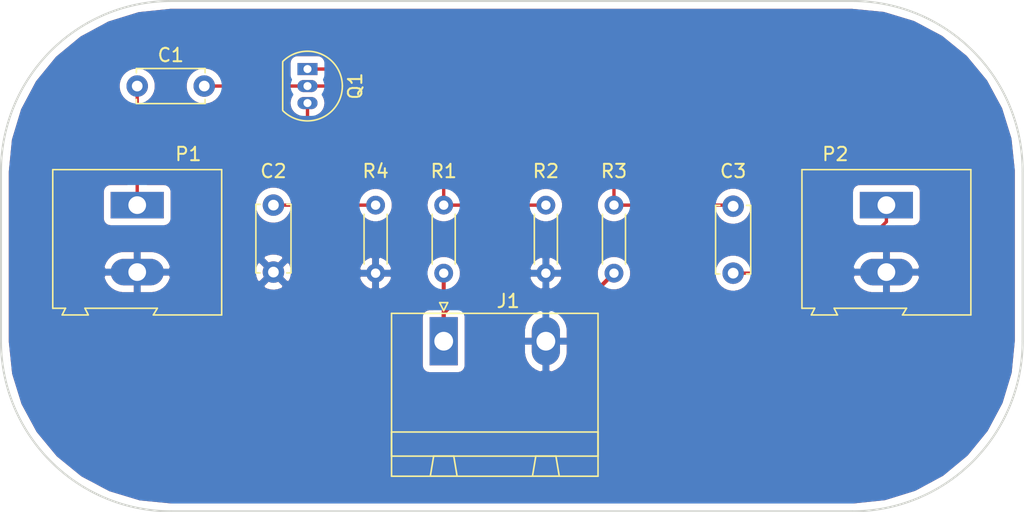
<source format=kicad_pcb>
(kicad_pcb (version 4) (host pcbnew 4.0.6)

  (general
    (links 16)
    (no_connects 0)
    (area 50.724999 38.024999 127.112579 76.275001)
    (thickness 1.6)
    (drawings 8)
    (tracks 23)
    (zones 0)
    (modules 11)
    (nets 8)
  )

  (page A4)
  (title_block
    (title TestPCB)
    (date 2017-06-11)
    (rev V1.0)
    (company VeA)
  )

  (layers
    (0 F.Cu signal)
    (31 B.Cu signal)
    (32 B.Adhes user)
    (33 F.Adhes user)
    (34 B.Paste user)
    (35 F.Paste user)
    (36 B.SilkS user)
    (37 F.SilkS user)
    (38 B.Mask user)
    (39 F.Mask user)
    (40 Dwgs.User user)
    (41 Cmts.User user)
    (42 Eco1.User user)
    (43 Eco2.User user)
    (44 Edge.Cuts user)
    (45 Margin user)
    (46 B.CrtYd user)
    (47 F.CrtYd user)
    (48 B.Fab user)
    (49 F.Fab user)
  )

  (setup
    (last_trace_width 0.25)
    (trace_clearance 0.2)
    (zone_clearance 0.508)
    (zone_45_only no)
    (trace_min 0.2)
    (segment_width 0.2)
    (edge_width 0.15)
    (via_size 0.6)
    (via_drill 0.4)
    (via_min_size 0.4)
    (via_min_drill 0.3)
    (uvia_size 0.3)
    (uvia_drill 0.1)
    (uvias_allowed no)
    (uvia_min_size 0.2)
    (uvia_min_drill 0.1)
    (pcb_text_width 0.3)
    (pcb_text_size 1.5 1.5)
    (mod_edge_width 0.15)
    (mod_text_size 1 1)
    (mod_text_width 0.15)
    (pad_size 1.524 1.524)
    (pad_drill 0.762)
    (pad_to_mask_clearance 0.2)
    (aux_axis_origin 0 0)
    (visible_elements 7FFFEFFF)
    (pcbplotparams
      (layerselection 0x010f0_80000001)
      (usegerberextensions false)
      (excludeedgelayer true)
      (linewidth 0.100000)
      (plotframeref false)
      (viasonmask false)
      (mode 1)
      (useauxorigin false)
      (hpglpennumber 1)
      (hpglpenspeed 20)
      (hpglpendiameter 15)
      (hpglpenoverlay 2)
      (psnegative false)
      (psa4output false)
      (plotreference true)
      (plotvalue false)
      (plotinvisibletext false)
      (padsonsilk false)
      (subtractmaskfromsilk false)
      (outputformat 1)
      (mirror false)
      (drillshape 0)
      (scaleselection 1)
      (outputdirectory ""))
  )

  (net 0 "")
  (net 1 "Net-(C1-Pad1)")
  (net 2 "Net-(C1-Pad2)")
  (net 3 "Net-(C2-Pad1)")
  (net 4 GND)
  (net 5 "Net-(C3-Pad1)")
  (net 6 "Net-(C3-Pad2)")
  (net 7 +12V)

  (net_class Default "This is the default net class."
    (clearance 0.2)
    (trace_width 0.25)
    (via_dia 0.6)
    (via_drill 0.4)
    (uvia_dia 0.3)
    (uvia_drill 0.1)
    (add_net "Net-(C1-Pad1)")
    (add_net "Net-(C1-Pad2)")
    (add_net "Net-(C2-Pad1)")
    (add_net "Net-(C3-Pad1)")
    (add_net "Net-(C3-Pad2)")
  )

  (net_class Power ""
    (clearance 0.5)
    (trace_width 0.3)
    (via_dia 1)
    (via_drill 0.4)
    (uvia_dia 0.5)
    (uvia_drill 0.1)
    (add_net +12V)
    (add_net GND)
  )

  (module Connectors_Phoenix:PhoenixContact_GMSTBA-G_02x7.62mm_Angled (layer F.Cu) (tedit 593D2470) (tstamp 593C7ACC)
    (at 83.82 63.5)
    (descr "Generic Phoenix Contact connector footprint for series: GMSTBA-G; number of pins: 02; pin pitch: 7.62mm; Angled || order number: 1766233 12A 630V")
    (tags "phoenix_contact connector GMSTBA_01x02_G_7.62mm")
    (path /593C8415)
    (fp_text reference J1 (at 4.81 -3) (layer F.SilkS)
      (effects (font (size 1 1) (thickness 0.15)))
    )
    (fp_text value Power_Con (at 3.81 11) (layer F.Fab)
      (effects (font (size 1 1) (thickness 0.15)))
    )
    (fp_line (start -3.89 -2.08) (end -3.89 10.08) (layer F.SilkS) (width 0.12))
    (fp_line (start -3.89 10.08) (end 11.51 10.08) (layer F.SilkS) (width 0.12))
    (fp_line (start 11.51 10.08) (end 11.51 -2.08) (layer F.SilkS) (width 0.12))
    (fp_line (start 11.51 -2.08) (end -3.89 -2.08) (layer F.SilkS) (width 0.12))
    (fp_line (start -3.81 -2) (end -3.81 10) (layer F.Fab) (width 0.1))
    (fp_line (start -3.81 10) (end 11.43 10) (layer F.Fab) (width 0.1))
    (fp_line (start 11.43 10) (end 11.43 -2) (layer F.Fab) (width 0.1))
    (fp_line (start 11.43 -2) (end -3.81 -2) (layer F.Fab) (width 0.1))
    (fp_line (start -3.89 8.58) (end -3.89 6.78) (layer F.SilkS) (width 0.12))
    (fp_line (start -3.89 6.78) (end 11.51 6.78) (layer F.SilkS) (width 0.12))
    (fp_line (start 11.51 6.78) (end 11.51 8.58) (layer F.SilkS) (width 0.12))
    (fp_line (start 11.51 8.58) (end -3.89 8.58) (layer F.SilkS) (width 0.12))
    (fp_line (start -1 10.08) (end 1 10.08) (layer F.SilkS) (width 0.12))
    (fp_line (start 1 10.08) (end 0.75 8.58) (layer F.SilkS) (width 0.12))
    (fp_line (start 0.75 8.58) (end -0.75 8.58) (layer F.SilkS) (width 0.12))
    (fp_line (start -0.75 8.58) (end -1 10.08) (layer F.SilkS) (width 0.12))
    (fp_line (start 6.62 10.08) (end 8.62 10.08) (layer F.SilkS) (width 0.12))
    (fp_line (start 8.62 10.08) (end 8.37 8.58) (layer F.SilkS) (width 0.12))
    (fp_line (start 8.37 8.58) (end 6.87 8.58) (layer F.SilkS) (width 0.12))
    (fp_line (start 6.87 8.58) (end 6.62 10.08) (layer F.SilkS) (width 0.12))
    (fp_line (start -4.31 -2.5) (end -4.31 10.5) (layer F.CrtYd) (width 0.05))
    (fp_line (start -4.31 10.5) (end 11.93 10.5) (layer F.CrtYd) (width 0.05))
    (fp_line (start 11.93 10.5) (end 11.93 -2.5) (layer F.CrtYd) (width 0.05))
    (fp_line (start 11.93 -2.5) (end -4.31 -2.5) (layer F.CrtYd) (width 0.05))
    (fp_line (start 0.3 -2.88) (end 0 -2.28) (layer F.SilkS) (width 0.12))
    (fp_line (start 0 -2.28) (end -0.3 -2.88) (layer F.SilkS) (width 0.12))
    (fp_line (start -0.3 -2.88) (end 0.3 -2.88) (layer F.SilkS) (width 0.12))
    (fp_line (start 0.95 -2) (end 0 -0.5) (layer F.Fab) (width 0.1))
    (fp_line (start 0 -0.5) (end -0.95 -2) (layer F.Fab) (width 0.1))
    (fp_text user %R (at 5.08 3.81) (layer F.Fab)
      (effects (font (size 1 1) (thickness 0.15)))
    )
    (pad 1 thru_hole rect (at 0 0) (size 2.1 3.6) (drill 1.4) (layers *.Cu *.Mask)
      (net 7 +12V))
    (pad 2 thru_hole oval (at 7.62 0) (size 2.1 3.6) (drill 1.4) (layers *.Cu *.Mask)
      (net 4 GND))
    (model Connectors_Phoenix.3dshapes/PhoenixContact_GMSTBA-G_02x7.62mm_Angled.wrl
      (at (xyz 0 0 0))
      (scale (xyz 1 1 1))
      (rotate (xyz 0 0 0))
    )
  )

  (module Connectors:AK300-2 (layer F.Cu) (tedit 587FD45E) (tstamp 593C7AD8)
    (at 116.84 53.34 270)
    (descr CONNECTOR)
    (tags CONNECTOR)
    (path /593C4B13)
    (fp_text reference P2 (at -3.81 3.81 360) (layer F.SilkS)
      (effects (font (size 1 1) (thickness 0.15)))
    )
    (fp_text value Signal_Out (at 2.78 7.75 270) (layer F.Fab)
      (effects (font (size 1 1) (thickness 0.15)))
    )
    (fp_line (start -2.65 -6.3) (end -2.65 6.3) (layer F.SilkS) (width 0.12))
    (fp_line (start -2.65 6.3) (end 7.7 6.3) (layer F.SilkS) (width 0.12))
    (fp_line (start 7.7 6.3) (end 7.7 5.35) (layer F.SilkS) (width 0.12))
    (fp_line (start 7.7 5.35) (end 8.2 5.6) (layer F.SilkS) (width 0.12))
    (fp_line (start 8.2 5.6) (end 8.2 3.7) (layer F.SilkS) (width 0.12))
    (fp_line (start 8.2 3.7) (end 8.2 3.65) (layer F.SilkS) (width 0.12))
    (fp_line (start 8.2 3.65) (end 7.7 3.9) (layer F.SilkS) (width 0.12))
    (fp_line (start 7.7 3.9) (end 7.7 -1.5) (layer F.SilkS) (width 0.12))
    (fp_line (start 7.7 -1.5) (end 8.2 -1.2) (layer F.SilkS) (width 0.12))
    (fp_line (start 8.2 -1.2) (end 8.2 -6.3) (layer F.SilkS) (width 0.12))
    (fp_line (start 8.2 -6.3) (end -2.65 -6.3) (layer F.SilkS) (width 0.12))
    (fp_line (start 8.36 -6.47) (end -2.83 -6.47) (layer F.CrtYd) (width 0.05))
    (fp_line (start 8.36 6.47) (end 8.36 -6.47) (layer F.CrtYd) (width 0.05))
    (fp_line (start -2.83 6.47) (end 8.36 6.47) (layer F.CrtYd) (width 0.05))
    (fp_line (start -2.83 -6.47) (end -2.83 6.47) (layer F.CrtYd) (width 0.05))
    (fp_line (start -1.26 2.54) (end 1.28 2.54) (layer F.Fab) (width 0.1))
    (fp_line (start 1.28 2.54) (end 1.28 -0.25) (layer F.Fab) (width 0.1))
    (fp_line (start -1.26 -0.25) (end 1.28 -0.25) (layer F.Fab) (width 0.1))
    (fp_line (start -1.26 2.54) (end -1.26 -0.25) (layer F.Fab) (width 0.1))
    (fp_line (start 3.74 2.54) (end 6.28 2.54) (layer F.Fab) (width 0.1))
    (fp_line (start 6.28 2.54) (end 6.28 -0.25) (layer F.Fab) (width 0.1))
    (fp_line (start 3.74 -0.25) (end 6.28 -0.25) (layer F.Fab) (width 0.1))
    (fp_line (start 3.74 2.54) (end 3.74 -0.25) (layer F.Fab) (width 0.1))
    (fp_line (start 7.61 -6.22) (end 7.61 -3.17) (layer F.Fab) (width 0.1))
    (fp_line (start 7.61 -6.22) (end -2.58 -6.22) (layer F.Fab) (width 0.1))
    (fp_line (start 7.61 -6.22) (end 8.11 -6.22) (layer F.Fab) (width 0.1))
    (fp_line (start 8.11 -6.22) (end 8.11 -1.4) (layer F.Fab) (width 0.1))
    (fp_line (start 8.11 -1.4) (end 7.61 -1.65) (layer F.Fab) (width 0.1))
    (fp_line (start 8.11 5.46) (end 7.61 5.21) (layer F.Fab) (width 0.1))
    (fp_line (start 7.61 5.21) (end 7.61 6.22) (layer F.Fab) (width 0.1))
    (fp_line (start 8.11 3.81) (end 7.61 4.06) (layer F.Fab) (width 0.1))
    (fp_line (start 7.61 4.06) (end 7.61 5.21) (layer F.Fab) (width 0.1))
    (fp_line (start 8.11 3.81) (end 8.11 5.46) (layer F.Fab) (width 0.1))
    (fp_line (start 2.98 6.22) (end 2.98 4.32) (layer F.Fab) (width 0.1))
    (fp_line (start 7.05 -0.25) (end 7.05 4.32) (layer F.Fab) (width 0.1))
    (fp_line (start 2.98 6.22) (end 7.05 6.22) (layer F.Fab) (width 0.1))
    (fp_line (start 7.05 6.22) (end 7.61 6.22) (layer F.Fab) (width 0.1))
    (fp_line (start 2.04 6.22) (end 2.04 4.32) (layer F.Fab) (width 0.1))
    (fp_line (start 2.04 6.22) (end 2.98 6.22) (layer F.Fab) (width 0.1))
    (fp_line (start -2.02 -0.25) (end -2.02 4.32) (layer F.Fab) (width 0.1))
    (fp_line (start -2.58 6.22) (end -2.02 6.22) (layer F.Fab) (width 0.1))
    (fp_line (start -2.02 6.22) (end 2.04 6.22) (layer F.Fab) (width 0.1))
    (fp_line (start 2.98 4.32) (end 7.05 4.32) (layer F.Fab) (width 0.1))
    (fp_line (start 2.98 4.32) (end 2.98 -0.25) (layer F.Fab) (width 0.1))
    (fp_line (start 7.05 4.32) (end 7.05 6.22) (layer F.Fab) (width 0.1))
    (fp_line (start 2.04 4.32) (end -2.02 4.32) (layer F.Fab) (width 0.1))
    (fp_line (start 2.04 4.32) (end 2.04 -0.25) (layer F.Fab) (width 0.1))
    (fp_line (start -2.02 4.32) (end -2.02 6.22) (layer F.Fab) (width 0.1))
    (fp_line (start 6.67 3.68) (end 6.67 0.51) (layer F.Fab) (width 0.1))
    (fp_line (start 6.67 3.68) (end 3.36 3.68) (layer F.Fab) (width 0.1))
    (fp_line (start 3.36 3.68) (end 3.36 0.51) (layer F.Fab) (width 0.1))
    (fp_line (start 1.66 3.68) (end 1.66 0.51) (layer F.Fab) (width 0.1))
    (fp_line (start 1.66 3.68) (end -1.64 3.68) (layer F.Fab) (width 0.1))
    (fp_line (start -1.64 3.68) (end -1.64 0.51) (layer F.Fab) (width 0.1))
    (fp_line (start -1.64 0.51) (end -1.26 0.51) (layer F.Fab) (width 0.1))
    (fp_line (start 1.66 0.51) (end 1.28 0.51) (layer F.Fab) (width 0.1))
    (fp_line (start 3.36 0.51) (end 3.74 0.51) (layer F.Fab) (width 0.1))
    (fp_line (start 6.67 0.51) (end 6.28 0.51) (layer F.Fab) (width 0.1))
    (fp_line (start -2.58 6.22) (end -2.58 -0.64) (layer F.Fab) (width 0.1))
    (fp_line (start -2.58 -0.64) (end -2.58 -3.17) (layer F.Fab) (width 0.1))
    (fp_line (start 7.61 -1.65) (end 7.61 -0.64) (layer F.Fab) (width 0.1))
    (fp_line (start 7.61 -0.64) (end 7.61 4.06) (layer F.Fab) (width 0.1))
    (fp_line (start -2.58 -3.17) (end 7.61 -3.17) (layer F.Fab) (width 0.1))
    (fp_line (start -2.58 -3.17) (end -2.58 -6.22) (layer F.Fab) (width 0.1))
    (fp_line (start 7.61 -3.17) (end 7.61 -1.65) (layer F.Fab) (width 0.1))
    (fp_line (start 2.98 -3.43) (end 2.98 -5.97) (layer F.Fab) (width 0.1))
    (fp_line (start 2.98 -5.97) (end 7.05 -5.97) (layer F.Fab) (width 0.1))
    (fp_line (start 7.05 -5.97) (end 7.05 -3.43) (layer F.Fab) (width 0.1))
    (fp_line (start 7.05 -3.43) (end 2.98 -3.43) (layer F.Fab) (width 0.1))
    (fp_line (start 2.04 -3.43) (end 2.04 -5.97) (layer F.Fab) (width 0.1))
    (fp_line (start 2.04 -3.43) (end -2.02 -3.43) (layer F.Fab) (width 0.1))
    (fp_line (start -2.02 -3.43) (end -2.02 -5.97) (layer F.Fab) (width 0.1))
    (fp_line (start 2.04 -5.97) (end -2.02 -5.97) (layer F.Fab) (width 0.1))
    (fp_line (start 3.39 -4.45) (end 6.44 -5.08) (layer F.Fab) (width 0.1))
    (fp_line (start 3.52 -4.32) (end 6.56 -4.95) (layer F.Fab) (width 0.1))
    (fp_line (start -1.62 -4.45) (end 1.44 -5.08) (layer F.Fab) (width 0.1))
    (fp_line (start -1.49 -4.32) (end 1.56 -4.95) (layer F.Fab) (width 0.1))
    (fp_line (start -2.02 -0.25) (end -1.64 -0.25) (layer F.Fab) (width 0.1))
    (fp_line (start 2.04 -0.25) (end 1.66 -0.25) (layer F.Fab) (width 0.1))
    (fp_line (start 1.66 -0.25) (end -1.64 -0.25) (layer F.Fab) (width 0.1))
    (fp_line (start -2.58 -0.64) (end -1.64 -0.64) (layer F.Fab) (width 0.1))
    (fp_line (start -1.64 -0.64) (end 1.66 -0.64) (layer F.Fab) (width 0.1))
    (fp_line (start 1.66 -0.64) (end 3.36 -0.64) (layer F.Fab) (width 0.1))
    (fp_line (start 7.61 -0.64) (end 6.67 -0.64) (layer F.Fab) (width 0.1))
    (fp_line (start 6.67 -0.64) (end 3.36 -0.64) (layer F.Fab) (width 0.1))
    (fp_line (start 7.05 -0.25) (end 6.67 -0.25) (layer F.Fab) (width 0.1))
    (fp_line (start 2.98 -0.25) (end 3.36 -0.25) (layer F.Fab) (width 0.1))
    (fp_line (start 3.36 -0.25) (end 6.67 -0.25) (layer F.Fab) (width 0.1))
    (fp_arc (start 6.03 -4.59) (end 6.54 -5.05) (angle 90.5) (layer F.Fab) (width 0.1))
    (fp_arc (start 5.07 -6.07) (end 6.53 -4.12) (angle 75.5) (layer F.Fab) (width 0.1))
    (fp_arc (start 4.99 -3.71) (end 3.39 -5) (angle 100) (layer F.Fab) (width 0.1))
    (fp_arc (start 3.87 -4.65) (end 3.58 -4.13) (angle 104.2) (layer F.Fab) (width 0.1))
    (fp_arc (start 1.03 -4.59) (end 1.53 -5.05) (angle 90.5) (layer F.Fab) (width 0.1))
    (fp_arc (start 0.06 -6.07) (end 1.53 -4.12) (angle 75.5) (layer F.Fab) (width 0.1))
    (fp_arc (start -0.01 -3.71) (end -1.62 -5) (angle 100) (layer F.Fab) (width 0.1))
    (fp_arc (start -1.13 -4.65) (end -1.42 -4.13) (angle 104.2) (layer F.Fab) (width 0.1))
    (pad 1 thru_hole rect (at 0 0 270) (size 1.98 3.96) (drill 1.32) (layers *.Cu F.Paste F.Mask)
      (net 6 "Net-(C3-Pad2)"))
    (pad 2 thru_hole oval (at 5 0 270) (size 1.98 3.96) (drill 1.32) (layers *.Cu F.Paste F.Mask)
      (net 4 GND))
  )

  (module Capacitors_THT:C_Disc_D5.0mm_W2.5mm_P5.00mm (layer F.Cu) (tedit 593D1A5F) (tstamp 593C7ABA)
    (at 60.96 44.45)
    (descr "C, Disc series, Radial, pin pitch=5.00mm, , diameter*width=5*2.5mm^2, Capacitor, http://cdn-reichelt.de/documents/datenblatt/B300/DS_KERKO_TC.pdf")
    (tags "C Disc series Radial pin pitch 5.00mm  diameter 5mm width 2.5mm Capacitor")
    (path /593C40FB)
    (fp_text reference C1 (at 2.5 -2.31) (layer F.SilkS)
      (effects (font (size 1 1) (thickness 0.15)))
    )
    (fp_text value 20uF (at 2.5 2.31) (layer F.Fab)
      (effects (font (size 1 1) (thickness 0.15)))
    )
    (fp_text user %R (at 2.5 0 180) (layer F.Fab)
      (effects (font (size 1 1) (thickness 0.15)))
    )
    (fp_line (start 0 -1.25) (end 0 1.25) (layer F.Fab) (width 0.1))
    (fp_line (start 0 1.25) (end 5 1.25) (layer F.Fab) (width 0.1))
    (fp_line (start 5 1.25) (end 5 -1.25) (layer F.Fab) (width 0.1))
    (fp_line (start 5 -1.25) (end 0 -1.25) (layer F.Fab) (width 0.1))
    (fp_line (start -0.06 -1.31) (end 5.06 -1.31) (layer F.SilkS) (width 0.12))
    (fp_line (start -0.06 1.31) (end 5.06 1.31) (layer F.SilkS) (width 0.12))
    (fp_line (start -0.06 -1.31) (end -0.06 -0.996) (layer F.SilkS) (width 0.12))
    (fp_line (start -0.06 0.996) (end -0.06 1.31) (layer F.SilkS) (width 0.12))
    (fp_line (start 5.06 -1.31) (end 5.06 -0.996) (layer F.SilkS) (width 0.12))
    (fp_line (start 5.06 0.996) (end 5.06 1.31) (layer F.SilkS) (width 0.12))
    (fp_line (start -1.05 -1.6) (end -1.05 1.6) (layer F.CrtYd) (width 0.05))
    (fp_line (start -1.05 1.6) (end 6.05 1.6) (layer F.CrtYd) (width 0.05))
    (fp_line (start 6.05 1.6) (end 6.05 -1.6) (layer F.CrtYd) (width 0.05))
    (fp_line (start 6.05 -1.6) (end -1.05 -1.6) (layer F.CrtYd) (width 0.05))
    (pad 1 thru_hole circle (at 0 0) (size 1.6 1.6) (drill 0.8) (layers *.Cu *.Mask)
      (net 1 "Net-(C1-Pad1)"))
    (pad 2 thru_hole circle (at 5 0) (size 1.6 1.6) (drill 0.8) (layers *.Cu *.Mask)
      (net 2 "Net-(C1-Pad2)"))
    (model ${KISYS3DMOD}/Capacitors_THT.3dshapes/C_Disc_D5.0mm_W2.5mm_P5.00mm.wrl
      (at (xyz 0 0 0))
      (scale (xyz 0.393701 0.393701 0.393701))
      (rotate (xyz 0 0 0))
    )
  )

  (module Capacitors_THT:C_Disc_D5.0mm_W2.5mm_P5.00mm (layer F.Cu) (tedit 593D1998) (tstamp 593C7AC0)
    (at 71.12 53.34 270)
    (descr "C, Disc series, Radial, pin pitch=5.00mm, , diameter*width=5*2.5mm^2, Capacitor, http://cdn-reichelt.de/documents/datenblatt/B300/DS_KERKO_TC.pdf")
    (tags "C Disc series Radial pin pitch 5.00mm  diameter 5mm width 2.5mm Capacitor")
    (path /593C415A)
    (fp_text reference C2 (at -2.54 0 360) (layer F.SilkS)
      (effects (font (size 1 1) (thickness 0.15)))
    )
    (fp_text value 50uF (at 2.5 2.31 270) (layer F.Fab)
      (effects (font (size 1 1) (thickness 0.15)))
    )
    (fp_text user %R (at 2.54 0 540) (layer F.Fab)
      (effects (font (size 1 1) (thickness 0.15)))
    )
    (fp_line (start 0 -1.25) (end 0 1.25) (layer F.Fab) (width 0.1))
    (fp_line (start 0 1.25) (end 5 1.25) (layer F.Fab) (width 0.1))
    (fp_line (start 5 1.25) (end 5 -1.25) (layer F.Fab) (width 0.1))
    (fp_line (start 5 -1.25) (end 0 -1.25) (layer F.Fab) (width 0.1))
    (fp_line (start -0.06 -1.31) (end 5.06 -1.31) (layer F.SilkS) (width 0.12))
    (fp_line (start -0.06 1.31) (end 5.06 1.31) (layer F.SilkS) (width 0.12))
    (fp_line (start -0.06 -1.31) (end -0.06 -0.996) (layer F.SilkS) (width 0.12))
    (fp_line (start -0.06 0.996) (end -0.06 1.31) (layer F.SilkS) (width 0.12))
    (fp_line (start 5.06 -1.31) (end 5.06 -0.996) (layer F.SilkS) (width 0.12))
    (fp_line (start 5.06 0.996) (end 5.06 1.31) (layer F.SilkS) (width 0.12))
    (fp_line (start -1.05 -1.6) (end -1.05 1.6) (layer F.CrtYd) (width 0.05))
    (fp_line (start -1.05 1.6) (end 6.05 1.6) (layer F.CrtYd) (width 0.05))
    (fp_line (start 6.05 1.6) (end 6.05 -1.6) (layer F.CrtYd) (width 0.05))
    (fp_line (start 6.05 -1.6) (end -1.05 -1.6) (layer F.CrtYd) (width 0.05))
    (pad 1 thru_hole circle (at 0 0 270) (size 1.6 1.6) (drill 0.8) (layers *.Cu *.Mask)
      (net 3 "Net-(C2-Pad1)"))
    (pad 2 thru_hole circle (at 5 0 270) (size 1.6 1.6) (drill 0.8) (layers *.Cu *.Mask)
      (net 4 GND))
    (model ${KISYS3DMOD}/Capacitors_THT.3dshapes/C_Disc_D5.0mm_W2.5mm_P5.00mm.wrl
      (at (xyz 0 0 0))
      (scale (xyz 0.393701 0.393701 0.393701))
      (rotate (xyz 0 0 0))
    )
  )

  (module Capacitors_THT:C_Disc_D5.0mm_W2.5mm_P5.00mm (layer F.Cu) (tedit 593D245B) (tstamp 593C7AC6)
    (at 105.41 53.42 270)
    (descr "C, Disc series, Radial, pin pitch=5.00mm, , diameter*width=5*2.5mm^2, Capacitor, http://cdn-reichelt.de/documents/datenblatt/B300/DS_KERKO_TC.pdf")
    (tags "C Disc series Radial pin pitch 5.00mm  diameter 5mm width 2.5mm Capacitor")
    (path /593C4185)
    (fp_text reference C3 (at -2.62 0 360) (layer F.SilkS)
      (effects (font (size 1 1) (thickness 0.15)))
    )
    (fp_text value 20uF (at 2.5 2.31 270) (layer F.Fab)
      (effects (font (size 1 1) (thickness 0.15)))
    )
    (fp_text user %R (at 2.54 0 450) (layer F.Fab)
      (effects (font (size 1 1) (thickness 0.15)))
    )
    (fp_line (start 0 -1.25) (end 0 1.25) (layer F.Fab) (width 0.1))
    (fp_line (start 0 1.25) (end 5 1.25) (layer F.Fab) (width 0.1))
    (fp_line (start 5 1.25) (end 5 -1.25) (layer F.Fab) (width 0.1))
    (fp_line (start 5 -1.25) (end 0 -1.25) (layer F.Fab) (width 0.1))
    (fp_line (start -0.06 -1.31) (end 5.06 -1.31) (layer F.SilkS) (width 0.12))
    (fp_line (start -0.06 1.31) (end 5.06 1.31) (layer F.SilkS) (width 0.12))
    (fp_line (start -0.06 -1.31) (end -0.06 -0.996) (layer F.SilkS) (width 0.12))
    (fp_line (start -0.06 0.996) (end -0.06 1.31) (layer F.SilkS) (width 0.12))
    (fp_line (start 5.06 -1.31) (end 5.06 -0.996) (layer F.SilkS) (width 0.12))
    (fp_line (start 5.06 0.996) (end 5.06 1.31) (layer F.SilkS) (width 0.12))
    (fp_line (start -1.05 -1.6) (end -1.05 1.6) (layer F.CrtYd) (width 0.05))
    (fp_line (start -1.05 1.6) (end 6.05 1.6) (layer F.CrtYd) (width 0.05))
    (fp_line (start 6.05 1.6) (end 6.05 -1.6) (layer F.CrtYd) (width 0.05))
    (fp_line (start 6.05 -1.6) (end -1.05 -1.6) (layer F.CrtYd) (width 0.05))
    (pad 1 thru_hole circle (at 0 0 270) (size 1.6 1.6) (drill 0.8) (layers *.Cu *.Mask)
      (net 5 "Net-(C3-Pad1)"))
    (pad 2 thru_hole circle (at 5 0 270) (size 1.6 1.6) (drill 0.8) (layers *.Cu *.Mask)
      (net 6 "Net-(C3-Pad2)"))
    (model ${KISYS3DMOD}/Capacitors_THT.3dshapes/C_Disc_D5.0mm_W2.5mm_P5.00mm.wrl
      (at (xyz 0 0 0))
      (scale (xyz 0.393701 0.393701 0.393701))
      (rotate (xyz 0 0 0))
    )
  )

  (module Connectors:AK300-2 (layer F.Cu) (tedit 587FD45E) (tstamp 593C7AD2)
    (at 60.96 53.34 270)
    (descr CONNECTOR)
    (tags CONNECTOR)
    (path /593C4B74)
    (fp_text reference P1 (at -3.81 -3.81 360) (layer F.SilkS)
      (effects (font (size 1 1) (thickness 0.15)))
    )
    (fp_text value Signal_In (at 2.78 7.75 270) (layer F.Fab)
      (effects (font (size 1 1) (thickness 0.15)))
    )
    (fp_line (start -2.65 -6.3) (end -2.65 6.3) (layer F.SilkS) (width 0.12))
    (fp_line (start -2.65 6.3) (end 7.7 6.3) (layer F.SilkS) (width 0.12))
    (fp_line (start 7.7 6.3) (end 7.7 5.35) (layer F.SilkS) (width 0.12))
    (fp_line (start 7.7 5.35) (end 8.2 5.6) (layer F.SilkS) (width 0.12))
    (fp_line (start 8.2 5.6) (end 8.2 3.7) (layer F.SilkS) (width 0.12))
    (fp_line (start 8.2 3.7) (end 8.2 3.65) (layer F.SilkS) (width 0.12))
    (fp_line (start 8.2 3.65) (end 7.7 3.9) (layer F.SilkS) (width 0.12))
    (fp_line (start 7.7 3.9) (end 7.7 -1.5) (layer F.SilkS) (width 0.12))
    (fp_line (start 7.7 -1.5) (end 8.2 -1.2) (layer F.SilkS) (width 0.12))
    (fp_line (start 8.2 -1.2) (end 8.2 -6.3) (layer F.SilkS) (width 0.12))
    (fp_line (start 8.2 -6.3) (end -2.65 -6.3) (layer F.SilkS) (width 0.12))
    (fp_line (start 8.36 -6.47) (end -2.83 -6.47) (layer F.CrtYd) (width 0.05))
    (fp_line (start 8.36 6.47) (end 8.36 -6.47) (layer F.CrtYd) (width 0.05))
    (fp_line (start -2.83 6.47) (end 8.36 6.47) (layer F.CrtYd) (width 0.05))
    (fp_line (start -2.83 -6.47) (end -2.83 6.47) (layer F.CrtYd) (width 0.05))
    (fp_line (start -1.26 2.54) (end 1.28 2.54) (layer F.Fab) (width 0.1))
    (fp_line (start 1.28 2.54) (end 1.28 -0.25) (layer F.Fab) (width 0.1))
    (fp_line (start -1.26 -0.25) (end 1.28 -0.25) (layer F.Fab) (width 0.1))
    (fp_line (start -1.26 2.54) (end -1.26 -0.25) (layer F.Fab) (width 0.1))
    (fp_line (start 3.74 2.54) (end 6.28 2.54) (layer F.Fab) (width 0.1))
    (fp_line (start 6.28 2.54) (end 6.28 -0.25) (layer F.Fab) (width 0.1))
    (fp_line (start 3.74 -0.25) (end 6.28 -0.25) (layer F.Fab) (width 0.1))
    (fp_line (start 3.74 2.54) (end 3.74 -0.25) (layer F.Fab) (width 0.1))
    (fp_line (start 7.61 -6.22) (end 7.61 -3.17) (layer F.Fab) (width 0.1))
    (fp_line (start 7.61 -6.22) (end -2.58 -6.22) (layer F.Fab) (width 0.1))
    (fp_line (start 7.61 -6.22) (end 8.11 -6.22) (layer F.Fab) (width 0.1))
    (fp_line (start 8.11 -6.22) (end 8.11 -1.4) (layer F.Fab) (width 0.1))
    (fp_line (start 8.11 -1.4) (end 7.61 -1.65) (layer F.Fab) (width 0.1))
    (fp_line (start 8.11 5.46) (end 7.61 5.21) (layer F.Fab) (width 0.1))
    (fp_line (start 7.61 5.21) (end 7.61 6.22) (layer F.Fab) (width 0.1))
    (fp_line (start 8.11 3.81) (end 7.61 4.06) (layer F.Fab) (width 0.1))
    (fp_line (start 7.61 4.06) (end 7.61 5.21) (layer F.Fab) (width 0.1))
    (fp_line (start 8.11 3.81) (end 8.11 5.46) (layer F.Fab) (width 0.1))
    (fp_line (start 2.98 6.22) (end 2.98 4.32) (layer F.Fab) (width 0.1))
    (fp_line (start 7.05 -0.25) (end 7.05 4.32) (layer F.Fab) (width 0.1))
    (fp_line (start 2.98 6.22) (end 7.05 6.22) (layer F.Fab) (width 0.1))
    (fp_line (start 7.05 6.22) (end 7.61 6.22) (layer F.Fab) (width 0.1))
    (fp_line (start 2.04 6.22) (end 2.04 4.32) (layer F.Fab) (width 0.1))
    (fp_line (start 2.04 6.22) (end 2.98 6.22) (layer F.Fab) (width 0.1))
    (fp_line (start -2.02 -0.25) (end -2.02 4.32) (layer F.Fab) (width 0.1))
    (fp_line (start -2.58 6.22) (end -2.02 6.22) (layer F.Fab) (width 0.1))
    (fp_line (start -2.02 6.22) (end 2.04 6.22) (layer F.Fab) (width 0.1))
    (fp_line (start 2.98 4.32) (end 7.05 4.32) (layer F.Fab) (width 0.1))
    (fp_line (start 2.98 4.32) (end 2.98 -0.25) (layer F.Fab) (width 0.1))
    (fp_line (start 7.05 4.32) (end 7.05 6.22) (layer F.Fab) (width 0.1))
    (fp_line (start 2.04 4.32) (end -2.02 4.32) (layer F.Fab) (width 0.1))
    (fp_line (start 2.04 4.32) (end 2.04 -0.25) (layer F.Fab) (width 0.1))
    (fp_line (start -2.02 4.32) (end -2.02 6.22) (layer F.Fab) (width 0.1))
    (fp_line (start 6.67 3.68) (end 6.67 0.51) (layer F.Fab) (width 0.1))
    (fp_line (start 6.67 3.68) (end 3.36 3.68) (layer F.Fab) (width 0.1))
    (fp_line (start 3.36 3.68) (end 3.36 0.51) (layer F.Fab) (width 0.1))
    (fp_line (start 1.66 3.68) (end 1.66 0.51) (layer F.Fab) (width 0.1))
    (fp_line (start 1.66 3.68) (end -1.64 3.68) (layer F.Fab) (width 0.1))
    (fp_line (start -1.64 3.68) (end -1.64 0.51) (layer F.Fab) (width 0.1))
    (fp_line (start -1.64 0.51) (end -1.26 0.51) (layer F.Fab) (width 0.1))
    (fp_line (start 1.66 0.51) (end 1.28 0.51) (layer F.Fab) (width 0.1))
    (fp_line (start 3.36 0.51) (end 3.74 0.51) (layer F.Fab) (width 0.1))
    (fp_line (start 6.67 0.51) (end 6.28 0.51) (layer F.Fab) (width 0.1))
    (fp_line (start -2.58 6.22) (end -2.58 -0.64) (layer F.Fab) (width 0.1))
    (fp_line (start -2.58 -0.64) (end -2.58 -3.17) (layer F.Fab) (width 0.1))
    (fp_line (start 7.61 -1.65) (end 7.61 -0.64) (layer F.Fab) (width 0.1))
    (fp_line (start 7.61 -0.64) (end 7.61 4.06) (layer F.Fab) (width 0.1))
    (fp_line (start -2.58 -3.17) (end 7.61 -3.17) (layer F.Fab) (width 0.1))
    (fp_line (start -2.58 -3.17) (end -2.58 -6.22) (layer F.Fab) (width 0.1))
    (fp_line (start 7.61 -3.17) (end 7.61 -1.65) (layer F.Fab) (width 0.1))
    (fp_line (start 2.98 -3.43) (end 2.98 -5.97) (layer F.Fab) (width 0.1))
    (fp_line (start 2.98 -5.97) (end 7.05 -5.97) (layer F.Fab) (width 0.1))
    (fp_line (start 7.05 -5.97) (end 7.05 -3.43) (layer F.Fab) (width 0.1))
    (fp_line (start 7.05 -3.43) (end 2.98 -3.43) (layer F.Fab) (width 0.1))
    (fp_line (start 2.04 -3.43) (end 2.04 -5.97) (layer F.Fab) (width 0.1))
    (fp_line (start 2.04 -3.43) (end -2.02 -3.43) (layer F.Fab) (width 0.1))
    (fp_line (start -2.02 -3.43) (end -2.02 -5.97) (layer F.Fab) (width 0.1))
    (fp_line (start 2.04 -5.97) (end -2.02 -5.97) (layer F.Fab) (width 0.1))
    (fp_line (start 3.39 -4.45) (end 6.44 -5.08) (layer F.Fab) (width 0.1))
    (fp_line (start 3.52 -4.32) (end 6.56 -4.95) (layer F.Fab) (width 0.1))
    (fp_line (start -1.62 -4.45) (end 1.44 -5.08) (layer F.Fab) (width 0.1))
    (fp_line (start -1.49 -4.32) (end 1.56 -4.95) (layer F.Fab) (width 0.1))
    (fp_line (start -2.02 -0.25) (end -1.64 -0.25) (layer F.Fab) (width 0.1))
    (fp_line (start 2.04 -0.25) (end 1.66 -0.25) (layer F.Fab) (width 0.1))
    (fp_line (start 1.66 -0.25) (end -1.64 -0.25) (layer F.Fab) (width 0.1))
    (fp_line (start -2.58 -0.64) (end -1.64 -0.64) (layer F.Fab) (width 0.1))
    (fp_line (start -1.64 -0.64) (end 1.66 -0.64) (layer F.Fab) (width 0.1))
    (fp_line (start 1.66 -0.64) (end 3.36 -0.64) (layer F.Fab) (width 0.1))
    (fp_line (start 7.61 -0.64) (end 6.67 -0.64) (layer F.Fab) (width 0.1))
    (fp_line (start 6.67 -0.64) (end 3.36 -0.64) (layer F.Fab) (width 0.1))
    (fp_line (start 7.05 -0.25) (end 6.67 -0.25) (layer F.Fab) (width 0.1))
    (fp_line (start 2.98 -0.25) (end 3.36 -0.25) (layer F.Fab) (width 0.1))
    (fp_line (start 3.36 -0.25) (end 6.67 -0.25) (layer F.Fab) (width 0.1))
    (fp_arc (start 6.03 -4.59) (end 6.54 -5.05) (angle 90.5) (layer F.Fab) (width 0.1))
    (fp_arc (start 5.07 -6.07) (end 6.53 -4.12) (angle 75.5) (layer F.Fab) (width 0.1))
    (fp_arc (start 4.99 -3.71) (end 3.39 -5) (angle 100) (layer F.Fab) (width 0.1))
    (fp_arc (start 3.87 -4.65) (end 3.58 -4.13) (angle 104.2) (layer F.Fab) (width 0.1))
    (fp_arc (start 1.03 -4.59) (end 1.53 -5.05) (angle 90.5) (layer F.Fab) (width 0.1))
    (fp_arc (start 0.06 -6.07) (end 1.53 -4.12) (angle 75.5) (layer F.Fab) (width 0.1))
    (fp_arc (start -0.01 -3.71) (end -1.62 -5) (angle 100) (layer F.Fab) (width 0.1))
    (fp_arc (start -1.13 -4.65) (end -1.42 -4.13) (angle 104.2) (layer F.Fab) (width 0.1))
    (pad 1 thru_hole rect (at 0 0 270) (size 1.98 3.96) (drill 1.32) (layers *.Cu F.Paste F.Mask)
      (net 1 "Net-(C1-Pad1)"))
    (pad 2 thru_hole oval (at 5 0 270) (size 1.98 3.96) (drill 1.32) (layers *.Cu F.Paste F.Mask)
      (net 4 GND))
  )

  (module TO_SOT_Packages_THT:TO-92_Inline_Narrow_Oval (layer F.Cu) (tedit 58CE52AF) (tstamp 593C7AEA)
    (at 73.66 43.18 270)
    (descr "TO-92 leads in-line, narrow, oval pads, drill 0.6mm (see NXP sot054_po.pdf)")
    (tags "to-92 sc-43 sc-43a sot54 PA33 transistor")
    (path /593C3272)
    (fp_text reference Q1 (at 1.27 -3.56 270) (layer F.SilkS)
      (effects (font (size 1 1) (thickness 0.15)))
    )
    (fp_text value BC548 (at 1.27 3.81 270) (layer F.Fab)
      (effects (font (size 1 1) (thickness 0.15)))
    )
    (fp_text user %R (at 1.27 -3.56 270) (layer F.Fab)
      (effects (font (size 1 1) (thickness 0.15)))
    )
    (fp_line (start -0.53 1.85) (end 3.07 1.85) (layer F.SilkS) (width 0.12))
    (fp_line (start -0.5 1.75) (end 3 1.75) (layer F.Fab) (width 0.1))
    (fp_line (start -1.46 -2.73) (end 4 -2.73) (layer F.CrtYd) (width 0.05))
    (fp_line (start -1.46 -2.73) (end -1.46 2.01) (layer F.CrtYd) (width 0.05))
    (fp_line (start 4 2.01) (end 4 -2.73) (layer F.CrtYd) (width 0.05))
    (fp_line (start 4 2.01) (end -1.46 2.01) (layer F.CrtYd) (width 0.05))
    (fp_arc (start 1.27 0) (end 1.27 -2.48) (angle 135) (layer F.Fab) (width 0.1))
    (fp_arc (start 1.27 0) (end 1.27 -2.6) (angle -135) (layer F.SilkS) (width 0.12))
    (fp_arc (start 1.27 0) (end 1.27 -2.48) (angle -135) (layer F.Fab) (width 0.1))
    (fp_arc (start 1.27 0) (end 1.27 -2.6) (angle 135) (layer F.SilkS) (width 0.12))
    (pad 2 thru_hole oval (at 1.27 0 90) (size 0.9 1.5) (drill 0.6) (layers *.Cu *.Mask)
      (net 2 "Net-(C1-Pad2)"))
    (pad 3 thru_hole oval (at 2.54 0 90) (size 0.9 1.5) (drill 0.6) (layers *.Cu *.Mask)
      (net 3 "Net-(C2-Pad1)"))
    (pad 1 thru_hole rect (at 0 0 90) (size 0.9 1.5) (drill 0.6) (layers *.Cu *.Mask)
      (net 5 "Net-(C3-Pad1)"))
    (model ${KISYS3DMOD}/TO_SOT_Packages_THT.3dshapes/TO-92_Inline_Narrow_Oval.wrl
      (at (xyz 0.05 0 0))
      (scale (xyz 1 1 1))
      (rotate (xyz 0 0 -90))
    )
  )

  (module Resistors_THT:R_Axial_DIN0204_L3.6mm_D1.6mm_P5.08mm_Horizontal (layer F.Cu) (tedit 5874F706) (tstamp 593C7AF0)
    (at 83.82 58.42 90)
    (descr "Resistor, Axial_DIN0204 series, Axial, Horizontal, pin pitch=5.08mm, 0.16666666666666666W = 1/6W, length*diameter=3.6*1.6mm^2, http://cdn-reichelt.de/documents/datenblatt/B400/1_4W%23YAG.pdf")
    (tags "Resistor Axial_DIN0204 series Axial Horizontal pin pitch 5.08mm 0.16666666666666666W = 1/6W length 3.6mm diameter 1.6mm")
    (path /593C3FC9)
    (fp_text reference R1 (at 7.62 0 180) (layer F.SilkS)
      (effects (font (size 1 1) (thickness 0.15)))
    )
    (fp_text value 22k (at 2.54 1.86 90) (layer F.Fab)
      (effects (font (size 1 1) (thickness 0.15)))
    )
    (fp_line (start 0.74 -0.8) (end 0.74 0.8) (layer F.Fab) (width 0.1))
    (fp_line (start 0.74 0.8) (end 4.34 0.8) (layer F.Fab) (width 0.1))
    (fp_line (start 4.34 0.8) (end 4.34 -0.8) (layer F.Fab) (width 0.1))
    (fp_line (start 4.34 -0.8) (end 0.74 -0.8) (layer F.Fab) (width 0.1))
    (fp_line (start 0 0) (end 0.74 0) (layer F.Fab) (width 0.1))
    (fp_line (start 5.08 0) (end 4.34 0) (layer F.Fab) (width 0.1))
    (fp_line (start 0.68 -0.86) (end 4.4 -0.86) (layer F.SilkS) (width 0.12))
    (fp_line (start 0.68 0.86) (end 4.4 0.86) (layer F.SilkS) (width 0.12))
    (fp_line (start -0.95 -1.15) (end -0.95 1.15) (layer F.CrtYd) (width 0.05))
    (fp_line (start -0.95 1.15) (end 6.05 1.15) (layer F.CrtYd) (width 0.05))
    (fp_line (start 6.05 1.15) (end 6.05 -1.15) (layer F.CrtYd) (width 0.05))
    (fp_line (start 6.05 -1.15) (end -0.95 -1.15) (layer F.CrtYd) (width 0.05))
    (pad 1 thru_hole circle (at 0 0 90) (size 1.4 1.4) (drill 0.7) (layers *.Cu *.Mask)
      (net 7 +12V))
    (pad 2 thru_hole oval (at 5.08 0 90) (size 1.4 1.4) (drill 0.7) (layers *.Cu *.Mask)
      (net 2 "Net-(C1-Pad2)"))
    (model Resistors_THT.3dshapes/R_Axial_DIN0204_L3.6mm_D1.6mm_P5.08mm_Horizontal.wrl
      (at (xyz 0 0 0))
      (scale (xyz 0.393701 0.393701 0.393701))
      (rotate (xyz 0 0 0))
    )
  )

  (module Resistors_THT:R_Axial_DIN0204_L3.6mm_D1.6mm_P5.08mm_Horizontal (layer F.Cu) (tedit 5874F706) (tstamp 593C7AF6)
    (at 91.44 53.34 270)
    (descr "Resistor, Axial_DIN0204 series, Axial, Horizontal, pin pitch=5.08mm, 0.16666666666666666W = 1/6W, length*diameter=3.6*1.6mm^2, http://cdn-reichelt.de/documents/datenblatt/B400/1_4W%23YAG.pdf")
    (tags "Resistor Axial_DIN0204 series Axial Horizontal pin pitch 5.08mm 0.16666666666666666W = 1/6W length 3.6mm diameter 1.6mm")
    (path /593C4030)
    (fp_text reference R2 (at -2.54 0 360) (layer F.SilkS)
      (effects (font (size 1 1) (thickness 0.15)))
    )
    (fp_text value 6.8k (at 2.54 1.86 270) (layer F.Fab)
      (effects (font (size 1 1) (thickness 0.15)))
    )
    (fp_line (start 0.74 -0.8) (end 0.74 0.8) (layer F.Fab) (width 0.1))
    (fp_line (start 0.74 0.8) (end 4.34 0.8) (layer F.Fab) (width 0.1))
    (fp_line (start 4.34 0.8) (end 4.34 -0.8) (layer F.Fab) (width 0.1))
    (fp_line (start 4.34 -0.8) (end 0.74 -0.8) (layer F.Fab) (width 0.1))
    (fp_line (start 0 0) (end 0.74 0) (layer F.Fab) (width 0.1))
    (fp_line (start 5.08 0) (end 4.34 0) (layer F.Fab) (width 0.1))
    (fp_line (start 0.68 -0.86) (end 4.4 -0.86) (layer F.SilkS) (width 0.12))
    (fp_line (start 0.68 0.86) (end 4.4 0.86) (layer F.SilkS) (width 0.12))
    (fp_line (start -0.95 -1.15) (end -0.95 1.15) (layer F.CrtYd) (width 0.05))
    (fp_line (start -0.95 1.15) (end 6.05 1.15) (layer F.CrtYd) (width 0.05))
    (fp_line (start 6.05 1.15) (end 6.05 -1.15) (layer F.CrtYd) (width 0.05))
    (fp_line (start 6.05 -1.15) (end -0.95 -1.15) (layer F.CrtYd) (width 0.05))
    (pad 1 thru_hole circle (at 0 0 270) (size 1.4 1.4) (drill 0.7) (layers *.Cu *.Mask)
      (net 2 "Net-(C1-Pad2)"))
    (pad 2 thru_hole oval (at 5.08 0 270) (size 1.4 1.4) (drill 0.7) (layers *.Cu *.Mask)
      (net 4 GND))
    (model Resistors_THT.3dshapes/R_Axial_DIN0204_L3.6mm_D1.6mm_P5.08mm_Horizontal.wrl
      (at (xyz 0 0 0))
      (scale (xyz 0.393701 0.393701 0.393701))
      (rotate (xyz 0 0 0))
    )
  )

  (module Resistors_THT:R_Axial_DIN0204_L3.6mm_D1.6mm_P5.08mm_Horizontal (layer F.Cu) (tedit 593D239F) (tstamp 593C7AFC)
    (at 96.52 58.42 90)
    (descr "Resistor, Axial_DIN0204 series, Axial, Horizontal, pin pitch=5.08mm, 0.16666666666666666W = 1/6W, length*diameter=3.6*1.6mm^2, http://cdn-reichelt.de/documents/datenblatt/B400/1_4W%23YAG.pdf")
    (tags "Resistor Axial_DIN0204 series Axial Horizontal pin pitch 5.08mm 0.16666666666666666W = 1/6W length 3.6mm diameter 1.6mm")
    (path /593C3F57)
    (fp_text reference R3 (at 7.62 0 180) (layer F.SilkS)
      (effects (font (size 1 1) (thickness 0.15)))
    )
    (fp_text value 4.7k (at 2.54 0 90) (layer F.Fab)
      (effects (font (size 1 1) (thickness 0.15)))
    )
    (fp_line (start 0.74 -0.8) (end 0.74 0.8) (layer F.Fab) (width 0.1))
    (fp_line (start 0.74 0.8) (end 4.34 0.8) (layer F.Fab) (width 0.1))
    (fp_line (start 4.34 0.8) (end 4.34 -0.8) (layer F.Fab) (width 0.1))
    (fp_line (start 4.34 -0.8) (end 0.74 -0.8) (layer F.Fab) (width 0.1))
    (fp_line (start 0 0) (end 0.74 0) (layer F.Fab) (width 0.1))
    (fp_line (start 5.08 0) (end 4.34 0) (layer F.Fab) (width 0.1))
    (fp_line (start 0.68 -0.86) (end 4.4 -0.86) (layer F.SilkS) (width 0.12))
    (fp_line (start 0.68 0.86) (end 4.4 0.86) (layer F.SilkS) (width 0.12))
    (fp_line (start -0.95 -1.15) (end -0.95 1.15) (layer F.CrtYd) (width 0.05))
    (fp_line (start -0.95 1.15) (end 6.05 1.15) (layer F.CrtYd) (width 0.05))
    (fp_line (start 6.05 1.15) (end 6.05 -1.15) (layer F.CrtYd) (width 0.05))
    (fp_line (start 6.05 -1.15) (end -0.95 -1.15) (layer F.CrtYd) (width 0.05))
    (pad 1 thru_hole circle (at 0 0 90) (size 1.4 1.4) (drill 0.7) (layers *.Cu *.Mask)
      (net 7 +12V))
    (pad 2 thru_hole oval (at 5.08 0 90) (size 1.4 1.4) (drill 0.7) (layers *.Cu *.Mask)
      (net 5 "Net-(C3-Pad1)"))
    (model Resistors_THT.3dshapes/R_Axial_DIN0204_L3.6mm_D1.6mm_P5.08mm_Horizontal.wrl
      (at (xyz 0 0 0))
      (scale (xyz 0.393701 0.393701 0.393701))
      (rotate (xyz 0 0 0))
    )
  )

  (module Resistors_THT:R_Axial_DIN0204_L3.6mm_D1.6mm_P5.08mm_Horizontal (layer F.Cu) (tedit 5874F706) (tstamp 593C7B02)
    (at 78.74 53.34 270)
    (descr "Resistor, Axial_DIN0204 series, Axial, Horizontal, pin pitch=5.08mm, 0.16666666666666666W = 1/6W, length*diameter=3.6*1.6mm^2, http://cdn-reichelt.de/documents/datenblatt/B400/1_4W%23YAG.pdf")
    (tags "Resistor Axial_DIN0204 series Axial Horizontal pin pitch 5.08mm 0.16666666666666666W = 1/6W length 3.6mm diameter 1.6mm")
    (path /593C3F2C)
    (fp_text reference R4 (at -2.54 0 360) (layer F.SilkS)
      (effects (font (size 1 1) (thickness 0.15)))
    )
    (fp_text value 1.8k (at 2.54 1.86 270) (layer F.Fab)
      (effects (font (size 1 1) (thickness 0.15)))
    )
    (fp_line (start 0.74 -0.8) (end 0.74 0.8) (layer F.Fab) (width 0.1))
    (fp_line (start 0.74 0.8) (end 4.34 0.8) (layer F.Fab) (width 0.1))
    (fp_line (start 4.34 0.8) (end 4.34 -0.8) (layer F.Fab) (width 0.1))
    (fp_line (start 4.34 -0.8) (end 0.74 -0.8) (layer F.Fab) (width 0.1))
    (fp_line (start 0 0) (end 0.74 0) (layer F.Fab) (width 0.1))
    (fp_line (start 5.08 0) (end 4.34 0) (layer F.Fab) (width 0.1))
    (fp_line (start 0.68 -0.86) (end 4.4 -0.86) (layer F.SilkS) (width 0.12))
    (fp_line (start 0.68 0.86) (end 4.4 0.86) (layer F.SilkS) (width 0.12))
    (fp_line (start -0.95 -1.15) (end -0.95 1.15) (layer F.CrtYd) (width 0.05))
    (fp_line (start -0.95 1.15) (end 6.05 1.15) (layer F.CrtYd) (width 0.05))
    (fp_line (start 6.05 1.15) (end 6.05 -1.15) (layer F.CrtYd) (width 0.05))
    (fp_line (start 6.05 -1.15) (end -0.95 -1.15) (layer F.CrtYd) (width 0.05))
    (pad 1 thru_hole circle (at 0 0 270) (size 1.4 1.4) (drill 0.7) (layers *.Cu *.Mask)
      (net 3 "Net-(C2-Pad1)"))
    (pad 2 thru_hole oval (at 5.08 0 270) (size 1.4 1.4) (drill 0.7) (layers *.Cu *.Mask)
      (net 4 GND))
    (model Resistors_THT.3dshapes/R_Axial_DIN0204_L3.6mm_D1.6mm_P5.08mm_Horizontal.wrl
      (at (xyz 0 0 0))
      (scale (xyz 0.393701 0.393701 0.393701))
      (rotate (xyz 0 0 0))
    )
  )

  (gr_line (start 114.3 38.1) (end 63.5 38.1) (layer Edge.Cuts) (width 0.15))
  (gr_line (start 127 63.5) (end 127 50.8) (layer Edge.Cuts) (width 0.15))
  (gr_line (start 63.5 76.2) (end 114.3 76.2) (layer Edge.Cuts) (width 0.15))
  (gr_line (start 50.8 50.8) (end 50.8 63.5) (layer Edge.Cuts) (width 0.15))
  (gr_arc (start 114.3 50.8) (end 114.3 38.1) (angle 90) (layer Edge.Cuts) (width 0.15))
  (gr_arc (start 63.5 50.8) (end 50.8 50.8) (angle 90) (layer Edge.Cuts) (width 0.15))
  (gr_arc (start 63.5 63.5) (end 63.5 76.2) (angle 90) (layer Edge.Cuts) (width 0.15))
  (gr_arc (start 114.3 63.5) (end 127 63.5) (angle 90) (layer Edge.Cuts) (width 0.15))

  (segment (start 60.96 44.45) (end 60.96 53.34) (width 0.25) (layer F.Cu) (net 1))
  (segment (start 83.82 53.34) (end 91.44 53.34) (width 0.25) (layer F.Cu) (net 2))
  (segment (start 73.66 44.45) (end 78.74 44.45) (width 0.25) (layer F.Cu) (net 2))
  (segment (start 83.82 49.53) (end 83.82 53.34) (width 0.25) (layer F.Cu) (net 2))
  (segment (start 78.74 44.45) (end 83.82 49.53) (width 0.25) (layer F.Cu) (net 2))
  (segment (start 65.96 44.45) (end 73.66 44.45) (width 0.25) (layer F.Cu) (net 2))
  (segment (start 71.12 53.34) (end 73.66 53.34) (width 0.25) (layer F.Cu) (net 3))
  (segment (start 73.66 53.34) (end 78.74 53.34) (width 0.25) (layer F.Cu) (net 3))
  (segment (start 73.66 45.72) (end 73.66 53.34) (width 0.25) (layer F.Cu) (net 3))
  (segment (start 96.52 53.34) (end 105.33 53.34) (width 0.25) (layer F.Cu) (net 5))
  (segment (start 105.33 53.34) (end 105.41 53.42) (width 0.25) (layer F.Cu) (net 5))
  (segment (start 73.66 43.18) (end 91.44 43.18) (width 0.25) (layer F.Cu) (net 5))
  (segment (start 91.44 43.18) (end 96.52 48.26) (width 0.25) (layer F.Cu) (net 5))
  (segment (start 96.52 48.26) (end 96.52 53.34) (width 0.25) (layer F.Cu) (net 5))
  (segment (start 105.41 58.42) (end 113 58.42) (width 0.25) (layer F.Cu) (net 6))
  (segment (start 113 58.42) (end 116.84 54.58) (width 0.25) (layer F.Cu) (net 6))
  (segment (start 116.84 54.58) (end 116.84 53.34) (width 0.25) (layer F.Cu) (net 6))
  (segment (start 116.76 53.42) (end 116.84 53.34) (width 0.25) (layer F.Cu) (net 6))
  (segment (start 84.72 60.5) (end 94.44 60.5) (width 0.3) (layer F.Cu) (net 7))
  (segment (start 94.44 60.5) (end 96.52 58.42) (width 0.3) (layer F.Cu) (net 7))
  (segment (start 83.82 63.5) (end 83.82 61.4) (width 0.3) (layer F.Cu) (net 7))
  (segment (start 83.82 61.4) (end 84.72 60.5) (width 0.3) (layer F.Cu) (net 7))
  (segment (start 83.82 58.42) (end 83.82 63.5) (width 0.3) (layer F.Cu) (net 7))

  (zone (net 4) (net_name GND) (layer F.Cu) (tstamp 0) (hatch edge 0.508)
    (connect_pads (clearance 0.508))
    (min_thickness 0.254)
    (fill yes (arc_segments 32) (thermal_gap 0.508) (thermal_bridge_width 0.508))
    (polygon
      (pts
        (xy 50.9 49.9) (xy 50.8 50.6) (xy 50.9 65) (xy 50.9 65.2) (xy 51.2 66.5)
        (xy 51.5 67.7) (xy 52.4 69.7) (xy 53.2 70.9) (xy 53.8 71.7) (xy 54.8 72.7)
        (xy 55.7 73.5) (xy 56.7 74.2) (xy 57.5 74.7) (xy 59.1 75.4) (xy 60 75.7)
        (xy 61.3 76) (xy 62.5 76.2) (xy 65.6 76.2) (xy 67.8 76.2) (xy 77 76.2)
        (xy 82.7 76.2) (xy 86.8 76.2) (xy 97.6 76.2) (xy 108.8 76.2) (xy 114.4 76.2)
        (xy 114.8 76.2) (xy 115.6 76.1) (xy 115.9 76.1) (xy 116.4 76) (xy 117.1 75.9)
        (xy 118.1 75.6) (xy 118.8 75.4) (xy 119.7 75) (xy 120.8 74.4) (xy 121.7 73.8)
        (xy 122.6 73.1) (xy 123.4 72.4) (xy 124.1 71.5) (xy 125.1 70.2) (xy 125.7 69.1)
        (xy 126.1 68.1) (xy 126.5 67.2) (xy 126.8 65.6) (xy 127 64.4) (xy 127 50.7)
        (xy 126.9 49.5) (xy 126.8 48.6) (xy 126.6 47.7) (xy 126.4 47) (xy 126 45.9)
        (xy 125.6 45) (xy 124.6 43.4) (xy 123.3 41.9) (xy 122.7 41.3) (xy 121.2 40.1)
        (xy 119 39) (xy 117.7 38.6) (xy 116.4 38.3) (xy 115.6 38.2) (xy 114.1 38.1)
        (xy 63 38.1) (xy 62.2 38.2) (xy 60.8 38.4) (xy 59.8 38.7) (xy 58.6 39.1)
        (xy 57.2 39.8) (xy 55.8 40.7) (xy 54.5 41.8) (xy 52.9 43.8) (xy 52.2 45.1)
        (xy 51.6 46.4) (xy 51.1 48.1) (xy 50.9 49.6)
      )
    )
    (filled_polygon
      (pts
        (xy 116.628206 39.041687) (xy 118.867735 39.71784) (xy 120.933283 40.816112) (xy 122.746165 42.294663) (xy 124.23734 44.097185)
        (xy 125.349999 46.155003) (xy 126.041772 48.389759) (xy 126.28982 50.749782) (xy 126.29 50.801327) (xy 126.29 63.46528)
        (xy 126.058313 65.828206) (xy 125.38216 68.067735) (xy 124.28389 70.13328) (xy 122.805339 71.946162) (xy 121.002822 73.437336)
        (xy 118.944993 74.550001) (xy 116.71024 75.241772) (xy 114.350218 75.48982) (xy 114.298674 75.49) (xy 63.53472 75.49)
        (xy 61.171794 75.258313) (xy 58.932265 74.58216) (xy 56.86672 73.48389) (xy 55.053838 72.005339) (xy 53.562664 70.202822)
        (xy 52.449999 68.144993) (xy 51.758228 65.91024) (xy 51.51018 63.550218) (xy 51.51 63.498674) (xy 51.51 61.7)
        (xy 82.131928 61.7) (xy 82.131928 65.3) (xy 82.139992 65.401121) (xy 82.193106 65.572634) (xy 82.2919 65.722559)
        (xy 82.42855 65.839025) (xy 82.592237 65.91281) (xy 82.77 65.938072) (xy 84.87 65.938072) (xy 84.971121 65.930008)
        (xy 85.142634 65.876894) (xy 85.292559 65.7781) (xy 85.409025 65.64145) (xy 85.48281 65.477763) (xy 85.508072 65.3)
        (xy 85.508072 63.627) (xy 89.755 63.627) (xy 89.755 64.377) (xy 89.812153 64.703287) (xy 89.931864 65.012154)
        (xy 90.109531 65.291732) (xy 90.338327 65.531277) (xy 90.60946 65.721583) (xy 90.91251 65.855337) (xy 91.051721 65.889654)
        (xy 91.313 65.770957) (xy 91.313 63.627) (xy 91.567 63.627) (xy 91.567 65.770957) (xy 91.828279 65.889654)
        (xy 91.96749 65.855337) (xy 92.27054 65.721583) (xy 92.541673 65.531277) (xy 92.770469 65.291732) (xy 92.948136 65.012154)
        (xy 93.067847 64.703287) (xy 93.125 64.377) (xy 93.125 63.627) (xy 91.567 63.627) (xy 91.313 63.627)
        (xy 89.755 63.627) (xy 85.508072 63.627) (xy 85.508072 61.7) (xy 85.500008 61.598879) (xy 85.446894 61.427366)
        (xy 85.353081 61.285) (xy 90.600081 61.285) (xy 90.338327 61.468723) (xy 90.109531 61.708268) (xy 89.931864 61.987846)
        (xy 89.812153 62.296713) (xy 89.755 62.623) (xy 89.755 63.373) (xy 91.313 63.373) (xy 91.313 63.353)
        (xy 91.567 63.353) (xy 91.567 63.373) (xy 93.125 63.373) (xy 93.125 62.623) (xy 93.067847 62.296713)
        (xy 92.948136 61.987846) (xy 92.770469 61.708268) (xy 92.541673 61.468723) (xy 92.279919 61.285) (xy 94.44 61.285)
        (xy 94.512183 61.277922) (xy 94.584402 61.271604) (xy 94.588364 61.270453) (xy 94.592474 61.27005) (xy 94.661935 61.249079)
        (xy 94.731524 61.228861) (xy 94.735186 61.226963) (xy 94.73914 61.225769) (xy 94.803138 61.19174) (xy 94.867542 61.158357)
        (xy 94.870772 61.155778) (xy 94.874412 61.153843) (xy 94.930609 61.10801) (xy 94.987274 61.062774) (xy 94.993018 61.05711)
        (xy 94.993138 61.057013) (xy 94.993229 61.056903) (xy 94.995079 61.055079) (xy 96.309496 59.740662) (xy 96.361166 59.752023)
        (xy 96.622915 59.757505) (xy 96.880745 59.712043) (xy 97.124834 59.617367) (xy 97.345885 59.477084) (xy 97.535478 59.296537)
        (xy 97.686392 59.082603) (xy 97.792878 58.84343) (xy 97.850881 58.588129) (xy 97.851543 58.540659) (xy 103.973114 58.540659)
        (xy 104.023915 58.817453) (xy 104.127512 59.079109) (xy 104.279959 59.31566) (xy 104.475448 59.518095) (xy 104.706534 59.678704)
        (xy 104.964415 59.791369) (xy 105.239268 59.8518) (xy 105.520624 59.857693) (xy 105.797767 59.808826) (xy 106.06014 59.707058)
        (xy 106.297749 59.556267) (xy 106.501544 59.362195) (xy 106.630068 59.18) (xy 113 59.18) (xy 113.069877 59.173149)
        (xy 113.139803 59.167031) (xy 113.143641 59.165916) (xy 113.147618 59.165526) (xy 113.214821 59.145236) (xy 113.28224 59.125649)
        (xy 113.285788 59.12381) (xy 113.289613 59.122655) (xy 113.351591 59.089701) (xy 113.413925 59.05739) (xy 113.417048 59.054897)
        (xy 113.420578 59.05302) (xy 113.474987 59.008645) (xy 113.529846 58.964852) (xy 113.535406 58.959369) (xy 113.535522 58.959274)
        (xy 113.535611 58.959166) (xy 113.537401 58.957401) (xy 113.775937 58.718865) (xy 114.269782 58.718865) (xy 114.300095 58.844528)
        (xy 114.428304 59.137205) (xy 114.611148 59.399246) (xy 114.841601 59.620581) (xy 115.110806 59.792704) (xy 115.408418 59.909)
        (xy 115.723 59.965) (xy 116.713 59.965) (xy 116.713 58.467) (xy 116.967 58.467) (xy 116.967 59.965)
        (xy 117.957 59.965) (xy 118.271582 59.909) (xy 118.569194 59.792704) (xy 118.838399 59.620581) (xy 119.068852 59.399246)
        (xy 119.251696 59.137205) (xy 119.379905 58.844528) (xy 119.410218 58.718865) (xy 119.29074 58.467) (xy 116.967 58.467)
        (xy 116.713 58.467) (xy 114.38926 58.467) (xy 114.269782 58.718865) (xy 113.775937 58.718865) (xy 114.354686 58.140116)
        (xy 114.38926 58.213) (xy 116.713 58.213) (xy 116.713 56.715) (xy 116.967 56.715) (xy 116.967 58.213)
        (xy 119.29074 58.213) (xy 119.410218 57.961135) (xy 119.379905 57.835472) (xy 119.251696 57.542795) (xy 119.068852 57.280754)
        (xy 118.838399 57.059419) (xy 118.569194 56.887296) (xy 118.271582 56.771) (xy 117.957 56.715) (xy 116.967 56.715)
        (xy 116.713 56.715) (xy 115.779802 56.715) (xy 117.377401 55.117401) (xy 117.421968 55.063145) (xy 117.467086 55.009375)
        (xy 117.469011 55.005874) (xy 117.471548 55.002785) (xy 117.490161 54.968072) (xy 118.82 54.968072) (xy 118.921121 54.960008)
        (xy 119.092634 54.906894) (xy 119.242559 54.8081) (xy 119.359025 54.67145) (xy 119.43281 54.507763) (xy 119.458072 54.33)
        (xy 119.458072 52.35) (xy 119.450008 52.248879) (xy 119.396894 52.077366) (xy 119.2981 51.927441) (xy 119.16145 51.810975)
        (xy 118.997763 51.73719) (xy 118.82 51.711928) (xy 114.86 51.711928) (xy 114.758879 51.719992) (xy 114.587366 51.773106)
        (xy 114.437441 51.8719) (xy 114.320975 52.00855) (xy 114.24719 52.172237) (xy 114.221928 52.35) (xy 114.221928 54.33)
        (xy 114.229992 54.431121) (xy 114.283106 54.602634) (xy 114.3819 54.752559) (xy 114.51855 54.869025) (xy 114.682237 54.94281)
        (xy 114.86 54.968072) (xy 115.377126 54.968072) (xy 112.685198 57.66) (xy 106.627982 57.66) (xy 106.527426 57.50865)
        (xy 106.329129 57.308964) (xy 106.095823 57.151597) (xy 105.836394 57.042543) (xy 105.560724 56.985956) (xy 105.279313 56.983991)
        (xy 105.00288 57.036724) (xy 104.741954 57.142145) (xy 104.506473 57.296239) (xy 104.305408 57.493137) (xy 104.146416 57.725339)
        (xy 104.035553 57.984) (xy 103.977043 58.259268) (xy 103.973114 58.540659) (xy 97.851543 58.540659) (xy 97.855057 58.289097)
        (xy 97.804205 58.032276) (xy 97.704438 57.790223) (xy 97.559556 57.572159) (xy 97.375078 57.386388) (xy 97.15803 57.239988)
        (xy 96.91668 57.138533) (xy 96.660221 57.08589) (xy 96.39842 57.084062) (xy 96.141251 57.13312) (xy 95.898507 57.231194)
        (xy 95.679437 57.37455) (xy 95.492383 57.557727) (xy 95.344471 57.773747) (xy 95.241334 58.014383) (xy 95.186901 58.270469)
        (xy 95.183246 58.53225) (xy 95.200978 58.628864) (xy 94.114842 59.715) (xy 91.567002 59.715) (xy 91.567002 59.589375)
        (xy 91.773329 59.712716) (xy 91.881044 59.680047) (xy 92.118392 59.569792) (xy 92.32967 59.415351) (xy 92.506759 59.22266)
        (xy 92.642853 58.999123) (xy 92.732722 58.75333) (xy 92.610201 58.547) (xy 91.567 58.547) (xy 91.567 58.567)
        (xy 91.313 58.567) (xy 91.313 58.547) (xy 90.269799 58.547) (xy 90.147278 58.75333) (xy 90.237147 58.999123)
        (xy 90.373241 59.22266) (xy 90.55033 59.415351) (xy 90.761608 59.569792) (xy 90.998956 59.680047) (xy 91.106671 59.712716)
        (xy 91.312998 59.589375) (xy 91.312998 59.715) (xy 84.72 59.715) (xy 84.647817 59.722078) (xy 84.605 59.725824)
        (xy 84.605 59.50303) (xy 84.645885 59.477084) (xy 84.835478 59.296537) (xy 84.986392 59.082603) (xy 85.092878 58.84343)
        (xy 85.150881 58.588129) (xy 85.155057 58.289097) (xy 85.114976 58.08667) (xy 90.147278 58.08667) (xy 90.269799 58.293)
        (xy 91.313 58.293) (xy 91.313 57.250626) (xy 91.567 57.250626) (xy 91.567 58.293) (xy 92.610201 58.293)
        (xy 92.732722 58.08667) (xy 92.642853 57.840877) (xy 92.506759 57.61734) (xy 92.32967 57.424649) (xy 92.118392 57.270208)
        (xy 91.881044 57.159953) (xy 91.773329 57.127284) (xy 91.567 57.250626) (xy 91.313 57.250626) (xy 91.106671 57.127284)
        (xy 90.998956 57.159953) (xy 90.761608 57.270208) (xy 90.55033 57.424649) (xy 90.373241 57.61734) (xy 90.237147 57.840877)
        (xy 90.147278 58.08667) (xy 85.114976 58.08667) (xy 85.104205 58.032276) (xy 85.004438 57.790223) (xy 84.859556 57.572159)
        (xy 84.675078 57.386388) (xy 84.45803 57.239988) (xy 84.21668 57.138533) (xy 83.960221 57.08589) (xy 83.69842 57.084062)
        (xy 83.441251 57.13312) (xy 83.198507 57.231194) (xy 82.979437 57.37455) (xy 82.792383 57.557727) (xy 82.644471 57.773747)
        (xy 82.541334 58.014383) (xy 82.486901 58.270469) (xy 82.483246 58.53225) (xy 82.530507 58.789756) (xy 82.626884 59.033178)
        (xy 82.768707 59.253244) (xy 82.950574 59.441572) (xy 83.035 59.50025) (xy 83.035 61.061928) (xy 82.77 61.061928)
        (xy 82.668879 61.069992) (xy 82.497366 61.123106) (xy 82.347441 61.2219) (xy 82.230975 61.35855) (xy 82.15719 61.522237)
        (xy 82.131928 61.7) (xy 51.51 61.7) (xy 51.51 58.718865) (xy 58.389782 58.718865) (xy 58.420095 58.844528)
        (xy 58.548304 59.137205) (xy 58.731148 59.399246) (xy 58.961601 59.620581) (xy 59.230806 59.792704) (xy 59.528418 59.909)
        (xy 59.843 59.965) (xy 60.833 59.965) (xy 60.833 58.467) (xy 61.087 58.467) (xy 61.087 59.965)
        (xy 62.077 59.965) (xy 62.391582 59.909) (xy 62.689194 59.792704) (xy 62.958399 59.620581) (xy 63.188852 59.399246)
        (xy 63.235284 59.332702) (xy 70.306903 59.332702) (xy 70.378486 59.576671) (xy 70.633996 59.697571) (xy 70.908184 59.7663)
        (xy 71.190512 59.780217) (xy 71.47013 59.738787) (xy 71.736292 59.643603) (xy 71.861514 59.576671) (xy 71.933097 59.332702)
        (xy 71.12 58.519605) (xy 70.306903 59.332702) (xy 63.235284 59.332702) (xy 63.371696 59.137205) (xy 63.499905 58.844528)
        (xy 63.530218 58.718865) (xy 63.41074 58.467) (xy 61.087 58.467) (xy 60.833 58.467) (xy 58.50926 58.467)
        (xy 58.389782 58.718865) (xy 51.51 58.718865) (xy 51.51 58.410512) (xy 69.679783 58.410512) (xy 69.721213 58.69013)
        (xy 69.816397 58.956292) (xy 69.883329 59.081514) (xy 70.127298 59.153097) (xy 70.940395 58.34) (xy 71.299605 58.34)
        (xy 72.112702 59.153097) (xy 72.356671 59.081514) (xy 72.477571 58.826004) (xy 72.495787 58.75333) (xy 77.447278 58.75333)
        (xy 77.537147 58.999123) (xy 77.673241 59.22266) (xy 77.85033 59.415351) (xy 78.061608 59.569792) (xy 78.298956 59.680047)
        (xy 78.406671 59.712716) (xy 78.613 59.589374) (xy 78.613 58.547) (xy 78.867 58.547) (xy 78.867 59.589374)
        (xy 79.073329 59.712716) (xy 79.181044 59.680047) (xy 79.418392 59.569792) (xy 79.62967 59.415351) (xy 79.806759 59.22266)
        (xy 79.942853 58.999123) (xy 80.032722 58.75333) (xy 79.910201 58.547) (xy 78.867 58.547) (xy 78.613 58.547)
        (xy 77.569799 58.547) (xy 77.447278 58.75333) (xy 72.495787 58.75333) (xy 72.5463 58.551816) (xy 72.560217 58.269488)
        (xy 72.53313 58.08667) (xy 77.447278 58.08667) (xy 77.569799 58.293) (xy 78.613 58.293) (xy 78.613 57.250626)
        (xy 78.867 57.250626) (xy 78.867 58.293) (xy 79.910201 58.293) (xy 80.032722 58.08667) (xy 79.942853 57.840877)
        (xy 79.806759 57.61734) (xy 79.62967 57.424649) (xy 79.418392 57.270208) (xy 79.181044 57.159953) (xy 79.073329 57.127284)
        (xy 78.867 57.250626) (xy 78.613 57.250626) (xy 78.406671 57.127284) (xy 78.298956 57.159953) (xy 78.061608 57.270208)
        (xy 77.85033 57.424649) (xy 77.673241 57.61734) (xy 77.537147 57.840877) (xy 77.447278 58.08667) (xy 72.53313 58.08667)
        (xy 72.518787 57.98987) (xy 72.423603 57.723708) (xy 72.356671 57.598486) (xy 72.112702 57.526903) (xy 71.299605 58.34)
        (xy 70.940395 58.34) (xy 70.127298 57.526903) (xy 69.883329 57.598486) (xy 69.762429 57.853996) (xy 69.6937 58.128184)
        (xy 69.679783 58.410512) (xy 51.51 58.410512) (xy 51.51 57.961135) (xy 58.389782 57.961135) (xy 58.50926 58.213)
        (xy 60.833 58.213) (xy 60.833 56.715) (xy 61.087 56.715) (xy 61.087 58.213) (xy 63.41074 58.213)
        (xy 63.530218 57.961135) (xy 63.499905 57.835472) (xy 63.371696 57.542795) (xy 63.235285 57.347298) (xy 70.306903 57.347298)
        (xy 71.12 58.160395) (xy 71.933097 57.347298) (xy 71.861514 57.103329) (xy 71.606004 56.982429) (xy 71.331816 56.9137)
        (xy 71.049488 56.899783) (xy 70.76987 56.941213) (xy 70.503708 57.036397) (xy 70.378486 57.103329) (xy 70.306903 57.347298)
        (xy 63.235285 57.347298) (xy 63.188852 57.280754) (xy 62.958399 57.059419) (xy 62.689194 56.887296) (xy 62.391582 56.771)
        (xy 62.077 56.715) (xy 61.087 56.715) (xy 60.833 56.715) (xy 59.843 56.715) (xy 59.528418 56.771)
        (xy 59.230806 56.887296) (xy 58.961601 57.059419) (xy 58.731148 57.280754) (xy 58.548304 57.542795) (xy 58.420095 57.835472)
        (xy 58.389782 57.961135) (xy 51.51 57.961135) (xy 51.51 52.35) (xy 58.341928 52.35) (xy 58.341928 54.33)
        (xy 58.349992 54.431121) (xy 58.403106 54.602634) (xy 58.5019 54.752559) (xy 58.63855 54.869025) (xy 58.802237 54.94281)
        (xy 58.98 54.968072) (xy 62.94 54.968072) (xy 63.041121 54.960008) (xy 63.212634 54.906894) (xy 63.362559 54.8081)
        (xy 63.479025 54.67145) (xy 63.55281 54.507763) (xy 63.578072 54.33) (xy 63.578072 52.35) (xy 63.570008 52.248879)
        (xy 63.516894 52.077366) (xy 63.4181 51.927441) (xy 63.28145 51.810975) (xy 63.117763 51.73719) (xy 62.94 51.711928)
        (xy 61.72 51.711928) (xy 61.72 45.667339) (xy 61.847749 45.586267) (xy 62.051544 45.392195) (xy 62.213762 45.162236)
        (xy 62.328225 44.905148) (xy 62.390573 44.630723) (xy 62.391411 44.570659) (xy 64.523114 44.570659) (xy 64.573915 44.847453)
        (xy 64.677512 45.109109) (xy 64.829959 45.34566) (xy 65.025448 45.548095) (xy 65.256534 45.708704) (xy 65.514415 45.821369)
        (xy 65.789268 45.8818) (xy 66.070624 45.887693) (xy 66.347767 45.838826) (xy 66.61014 45.737058) (xy 66.847749 45.586267)
        (xy 67.051544 45.392195) (xy 67.180068 45.21) (xy 72.401494 45.21) (xy 72.353077 45.299546) (xy 72.29046 45.50183)
        (xy 72.268325 45.712425) (xy 72.287517 45.923309) (xy 72.347305 46.126448) (xy 72.44541 46.314106) (xy 72.578096 46.479135)
        (xy 72.74031 46.615248) (xy 72.9 46.703039) (xy 72.9 52.58) (xy 72.337982 52.58) (xy 72.237426 52.42865)
        (xy 72.039129 52.228964) (xy 71.805823 52.071597) (xy 71.546394 51.962543) (xy 71.270724 51.905956) (xy 70.989313 51.903991)
        (xy 70.71288 51.956724) (xy 70.451954 52.062145) (xy 70.216473 52.216239) (xy 70.015408 52.413137) (xy 69.856416 52.645339)
        (xy 69.745553 52.904) (xy 69.687043 53.179268) (xy 69.683114 53.460659) (xy 69.733915 53.737453) (xy 69.837512 53.999109)
        (xy 69.989959 54.23566) (xy 70.185448 54.438095) (xy 70.416534 54.598704) (xy 70.674415 54.711369) (xy 70.949268 54.7718)
        (xy 71.230624 54.777693) (xy 71.507767 54.728826) (xy 71.77014 54.627058) (xy 72.007749 54.476267) (xy 72.211544 54.282195)
        (xy 72.340068 54.1) (xy 77.641504 54.1) (xy 77.688707 54.173244) (xy 77.870574 54.361572) (xy 78.085556 54.510989)
        (xy 78.325466 54.615803) (xy 78.581166 54.672023) (xy 78.842915 54.677505) (xy 79.100745 54.632043) (xy 79.344834 54.537367)
        (xy 79.565885 54.397084) (xy 79.755478 54.216537) (xy 79.906392 54.002603) (xy 80.012878 53.76343) (xy 80.070881 53.508129)
        (xy 80.075057 53.209097) (xy 80.024205 52.952276) (xy 79.924438 52.710223) (xy 79.779556 52.492159) (xy 79.595078 52.306388)
        (xy 79.37803 52.159988) (xy 79.13668 52.058533) (xy 78.880221 52.00589) (xy 78.61842 52.004062) (xy 78.361251 52.05312)
        (xy 78.118507 52.151194) (xy 77.899437 52.29455) (xy 77.712383 52.477727) (xy 77.642355 52.58) (xy 74.42 52.58)
        (xy 74.42 46.70195) (xy 74.567131 46.62372) (xy 74.731229 46.489884) (xy 74.866207 46.326724) (xy 74.966923 46.140454)
        (xy 75.02954 45.93817) (xy 75.051675 45.727575) (xy 75.032483 45.516691) (xy 74.972695 45.313552) (xy 74.918559 45.21)
        (xy 78.425198 45.21) (xy 83.06 49.844802) (xy 83.06 52.23978) (xy 82.885949 52.37972) (xy 82.718473 52.57931)
        (xy 82.592954 52.807629) (xy 82.514173 53.055979) (xy 82.48513 53.314901) (xy 82.485 53.333541) (xy 82.485 53.346459)
        (xy 82.510425 53.605762) (xy 82.585731 53.855188) (xy 82.70805 54.085237) (xy 82.872723 54.287146) (xy 83.073477 54.453224)
        (xy 83.302667 54.577146) (xy 83.551561 54.654192) (xy 83.81068 54.681426) (xy 84.070154 54.657812) (xy 84.3201 54.584249)
        (xy 84.550997 54.463539) (xy 84.754051 54.30028) (xy 84.921527 54.10069) (xy 84.921906 54.1) (xy 90.341504 54.1)
        (xy 90.388707 54.173244) (xy 90.570574 54.361572) (xy 90.785556 54.510989) (xy 91.025466 54.615803) (xy 91.281166 54.672023)
        (xy 91.542915 54.677505) (xy 91.800745 54.632043) (xy 92.044834 54.537367) (xy 92.265885 54.397084) (xy 92.455478 54.216537)
        (xy 92.606392 54.002603) (xy 92.712878 53.76343) (xy 92.770881 53.508129) (xy 92.775057 53.209097) (xy 92.724205 52.952276)
        (xy 92.624438 52.710223) (xy 92.479556 52.492159) (xy 92.295078 52.306388) (xy 92.07803 52.159988) (xy 91.83668 52.058533)
        (xy 91.580221 52.00589) (xy 91.31842 52.004062) (xy 91.061251 52.05312) (xy 90.818507 52.151194) (xy 90.599437 52.29455)
        (xy 90.412383 52.477727) (xy 90.342355 52.58) (xy 84.91991 52.58) (xy 84.767277 52.392854) (xy 84.58 52.237925)
        (xy 84.58 49.53) (xy 84.573148 49.460119) (xy 84.567031 49.390197) (xy 84.565916 49.386359) (xy 84.565526 49.382382)
        (xy 84.545246 49.315212) (xy 84.52565 49.247761) (xy 84.523809 49.24421) (xy 84.522655 49.240387) (xy 84.48971 49.178426)
        (xy 84.45739 49.116075) (xy 84.454897 49.112952) (xy 84.45302 49.109422) (xy 84.408645 49.055013) (xy 84.364852 49.000154)
        (xy 84.359369 48.994594) (xy 84.359274 48.994478) (xy 84.359166 48.994389) (xy 84.357401 48.992599) (xy 79.304802 43.94)
        (xy 91.125198 43.94) (xy 95.76 48.574802) (xy 95.76 52.23978) (xy 95.585949 52.37972) (xy 95.418473 52.57931)
        (xy 95.292954 52.807629) (xy 95.214173 53.055979) (xy 95.18513 53.314901) (xy 95.185 53.333541) (xy 95.185 53.346459)
        (xy 95.210425 53.605762) (xy 95.285731 53.855188) (xy 95.40805 54.085237) (xy 95.572723 54.287146) (xy 95.773477 54.453224)
        (xy 96.002667 54.577146) (xy 96.251561 54.654192) (xy 96.51068 54.681426) (xy 96.770154 54.657812) (xy 97.0201 54.584249)
        (xy 97.250997 54.463539) (xy 97.454051 54.30028) (xy 97.621527 54.10069) (xy 97.621906 54.1) (xy 104.140975 54.1)
        (xy 104.279959 54.31566) (xy 104.475448 54.518095) (xy 104.706534 54.678704) (xy 104.964415 54.791369) (xy 105.239268 54.8518)
        (xy 105.520624 54.857693) (xy 105.797767 54.808826) (xy 106.06014 54.707058) (xy 106.297749 54.556267) (xy 106.501544 54.362195)
        (xy 106.663762 54.132236) (xy 106.778225 53.875148) (xy 106.840573 53.600723) (xy 106.845061 53.279291) (xy 106.7904 53.003233)
        (xy 106.68316 52.743049) (xy 106.527426 52.50865) (xy 106.329129 52.308964) (xy 106.095823 52.151597) (xy 105.836394 52.042543)
        (xy 105.560724 51.985956) (xy 105.279313 51.983991) (xy 105.00288 52.036724) (xy 104.741954 52.142145) (xy 104.506473 52.296239)
        (xy 104.305408 52.493137) (xy 104.245932 52.58) (xy 97.61991 52.58) (xy 97.467277 52.392854) (xy 97.28 52.237925)
        (xy 97.28 48.26) (xy 97.273148 48.190119) (xy 97.267031 48.120197) (xy 97.265916 48.116359) (xy 97.265526 48.112382)
        (xy 97.245246 48.045212) (xy 97.22565 47.977761) (xy 97.223809 47.97421) (xy 97.222655 47.970387) (xy 97.18971 47.908426)
        (xy 97.15739 47.846075) (xy 97.154897 47.842952) (xy 97.15302 47.839422) (xy 97.108645 47.785013) (xy 97.064852 47.730154)
        (xy 97.059369 47.724594) (xy 97.059274 47.724478) (xy 97.059166 47.724389) (xy 97.057401 47.722599) (xy 91.977401 42.642599)
        (xy 91.923145 42.598032) (xy 91.869375 42.552914) (xy 91.865874 42.550989) (xy 91.862785 42.548452) (xy 91.800933 42.515287)
        (xy 91.739396 42.481457) (xy 91.735584 42.480248) (xy 91.732065 42.478361) (xy 91.664969 42.457848) (xy 91.598013 42.436608)
        (xy 91.594041 42.436162) (xy 91.590219 42.434994) (xy 91.520351 42.427897) (xy 91.450611 42.420074) (xy 91.442806 42.42002)
        (xy 91.442653 42.420004) (xy 91.44251 42.420018) (xy 91.44 42.42) (xy 74.962271 42.42) (xy 74.8881 42.307441)
        (xy 74.75145 42.190975) (xy 74.587763 42.11719) (xy 74.41 42.091928) (xy 72.91 42.091928) (xy 72.808879 42.099992)
        (xy 72.637366 42.153106) (xy 72.487441 42.2519) (xy 72.370975 42.38855) (xy 72.29719 42.552237) (xy 72.271928 42.73)
        (xy 72.271928 43.63) (xy 72.276713 43.69) (xy 67.177982 43.69) (xy 67.077426 43.53865) (xy 66.879129 43.338964)
        (xy 66.645823 43.181597) (xy 66.386394 43.072543) (xy 66.110724 43.015956) (xy 65.829313 43.013991) (xy 65.55288 43.066724)
        (xy 65.291954 43.172145) (xy 65.056473 43.326239) (xy 64.855408 43.523137) (xy 64.696416 43.755339) (xy 64.585553 44.014)
        (xy 64.527043 44.289268) (xy 64.523114 44.570659) (xy 62.391411 44.570659) (xy 62.395061 44.309291) (xy 62.3404 44.033233)
        (xy 62.23316 43.773049) (xy 62.077426 43.53865) (xy 61.879129 43.338964) (xy 61.645823 43.181597) (xy 61.386394 43.072543)
        (xy 61.110724 43.015956) (xy 60.829313 43.013991) (xy 60.55288 43.066724) (xy 60.291954 43.172145) (xy 60.056473 43.326239)
        (xy 59.855408 43.523137) (xy 59.696416 43.755339) (xy 59.585553 44.014) (xy 59.527043 44.289268) (xy 59.523114 44.570659)
        (xy 59.573915 44.847453) (xy 59.677512 45.109109) (xy 59.829959 45.34566) (xy 60.025448 45.548095) (xy 60.2 45.669412)
        (xy 60.2 51.711928) (xy 58.98 51.711928) (xy 58.878879 51.719992) (xy 58.707366 51.773106) (xy 58.557441 51.8719)
        (xy 58.440975 52.00855) (xy 58.36719 52.172237) (xy 58.341928 52.35) (xy 51.51 52.35) (xy 51.51 50.83472)
        (xy 51.741687 48.471794) (xy 52.41784 46.232265) (xy 53.516112 44.166717) (xy 54.994663 42.353835) (xy 56.797185 40.86266)
        (xy 58.855003 39.750001) (xy 61.089759 39.058228) (xy 63.449782 38.81018) (xy 63.501327 38.81) (xy 114.26528 38.81)
      )
    )
  )
  (zone (net 4) (net_name GND) (layer B.Cu) (tstamp 593D4E5F) (hatch edge 0.508)
    (connect_pads (clearance 0.508))
    (min_thickness 0.254)
    (fill yes (arc_segments 32) (thermal_gap 0.508) (thermal_bridge_width 0.508))
    (polygon
      (pts
        (xy 51.012578 49.9) (xy 50.912578 50.6) (xy 51.012578 65) (xy 51.012578 65.2) (xy 51.312578 66.5)
        (xy 51.612578 67.7) (xy 52.512578 69.7) (xy 53.312578 70.9) (xy 53.912578 71.7) (xy 54.912578 72.7)
        (xy 55.812578 73.5) (xy 56.812578 74.2) (xy 57.612578 74.7) (xy 59.212578 75.4) (xy 60.112578 75.7)
        (xy 61.412578 76) (xy 62.612578 76.2) (xy 65.712578 76.2) (xy 67.912578 76.2) (xy 77.112578 76.2)
        (xy 82.812578 76.2) (xy 86.912578 76.2) (xy 97.712578 76.2) (xy 108.912578 76.2) (xy 114.512578 76.2)
        (xy 114.912578 76.2) (xy 115.712578 76.1) (xy 116.012578 76.1) (xy 116.512578 76) (xy 117.212578 75.9)
        (xy 118.212578 75.6) (xy 118.912578 75.4) (xy 119.812578 75) (xy 120.912578 74.4) (xy 121.812578 73.8)
        (xy 122.712578 73.1) (xy 123.512578 72.4) (xy 124.212578 71.5) (xy 125.212578 70.2) (xy 125.812578 69.1)
        (xy 126.212578 68.1) (xy 126.612578 67.2) (xy 126.912578 65.6) (xy 127.112578 64.4) (xy 127.112578 50.7)
        (xy 127.012578 49.5) (xy 126.912578 48.6) (xy 126.712578 47.7) (xy 126.512578 47) (xy 126.112578 45.9)
        (xy 125.712578 45) (xy 124.712578 43.4) (xy 123.412578 41.9) (xy 122.812578 41.3) (xy 121.312578 40.1)
        (xy 119.112578 39) (xy 117.812578 38.6) (xy 116.512578 38.3) (xy 115.712578 38.2) (xy 114.212578 38.1)
        (xy 63.112578 38.1) (xy 62.312578 38.2) (xy 60.912578 38.4) (xy 59.912578 38.7) (xy 58.712578 39.1)
        (xy 57.312578 39.8) (xy 55.912578 40.7) (xy 54.612578 41.8) (xy 53.012578 43.8) (xy 52.312578 45.1)
        (xy 51.712578 46.4) (xy 51.212578 48.1) (xy 51.012578 49.6)
      )
    )
    (filled_polygon
      (pts
        (xy 116.628206 39.041687) (xy 118.867735 39.71784) (xy 120.933283 40.816112) (xy 122.746165 42.294663) (xy 124.23734 44.097185)
        (xy 125.349999 46.155003) (xy 126.041772 48.389759) (xy 126.28982 50.749782) (xy 126.29 50.801327) (xy 126.29 63.46528)
        (xy 126.058313 65.828206) (xy 125.38216 68.067735) (xy 124.28389 70.13328) (xy 122.805339 71.946162) (xy 121.002822 73.437336)
        (xy 118.944993 74.550001) (xy 116.71024 75.241772) (xy 114.350218 75.48982) (xy 114.298674 75.49) (xy 63.53472 75.49)
        (xy 61.171794 75.258313) (xy 58.932265 74.58216) (xy 56.86672 73.48389) (xy 55.053838 72.005339) (xy 53.562664 70.202822)
        (xy 52.449999 68.144993) (xy 51.758228 65.91024) (xy 51.51018 63.550218) (xy 51.51 63.498674) (xy 51.51 61.7)
        (xy 82.131928 61.7) (xy 82.131928 65.3) (xy 82.139992 65.401121) (xy 82.193106 65.572634) (xy 82.2919 65.722559)
        (xy 82.42855 65.839025) (xy 82.592237 65.91281) (xy 82.77 65.938072) (xy 84.87 65.938072) (xy 84.971121 65.930008)
        (xy 85.142634 65.876894) (xy 85.292559 65.7781) (xy 85.409025 65.64145) (xy 85.48281 65.477763) (xy 85.508072 65.3)
        (xy 85.508072 63.627) (xy 89.755 63.627) (xy 89.755 64.377) (xy 89.812153 64.703287) (xy 89.931864 65.012154)
        (xy 90.109531 65.291732) (xy 90.338327 65.531277) (xy 90.60946 65.721583) (xy 90.91251 65.855337) (xy 91.051721 65.889654)
        (xy 91.313 65.770957) (xy 91.313 63.627) (xy 91.567 63.627) (xy 91.567 65.770957) (xy 91.828279 65.889654)
        (xy 91.96749 65.855337) (xy 92.27054 65.721583) (xy 92.541673 65.531277) (xy 92.770469 65.291732) (xy 92.948136 65.012154)
        (xy 93.067847 64.703287) (xy 93.125 64.377) (xy 93.125 63.627) (xy 91.567 63.627) (xy 91.313 63.627)
        (xy 89.755 63.627) (xy 85.508072 63.627) (xy 85.508072 62.623) (xy 89.755 62.623) (xy 89.755 63.373)
        (xy 91.313 63.373) (xy 91.313 61.229043) (xy 91.567 61.229043) (xy 91.567 63.373) (xy 93.125 63.373)
        (xy 93.125 62.623) (xy 93.067847 62.296713) (xy 92.948136 61.987846) (xy 92.770469 61.708268) (xy 92.541673 61.468723)
        (xy 92.27054 61.278417) (xy 91.96749 61.144663) (xy 91.828279 61.110346) (xy 91.567 61.229043) (xy 91.313 61.229043)
        (xy 91.051721 61.110346) (xy 90.91251 61.144663) (xy 90.60946 61.278417) (xy 90.338327 61.468723) (xy 90.109531 61.708268)
        (xy 89.931864 61.987846) (xy 89.812153 62.296713) (xy 89.755 62.623) (xy 85.508072 62.623) (xy 85.508072 61.7)
        (xy 85.500008 61.598879) (xy 85.446894 61.427366) (xy 85.3481 61.277441) (xy 85.21145 61.160975) (xy 85.047763 61.08719)
        (xy 84.87 61.061928) (xy 82.77 61.061928) (xy 82.668879 61.069992) (xy 82.497366 61.123106) (xy 82.347441 61.2219)
        (xy 82.230975 61.35855) (xy 82.15719 61.522237) (xy 82.131928 61.7) (xy 51.51 61.7) (xy 51.51 58.718865)
        (xy 58.389782 58.718865) (xy 58.420095 58.844528) (xy 58.548304 59.137205) (xy 58.731148 59.399246) (xy 58.961601 59.620581)
        (xy 59.230806 59.792704) (xy 59.528418 59.909) (xy 59.843 59.965) (xy 60.833 59.965) (xy 60.833 58.467)
        (xy 61.087 58.467) (xy 61.087 59.965) (xy 62.077 59.965) (xy 62.391582 59.909) (xy 62.689194 59.792704)
        (xy 62.958399 59.620581) (xy 63.188852 59.399246) (xy 63.235284 59.332702) (xy 70.306903 59.332702) (xy 70.378486 59.576671)
        (xy 70.633996 59.697571) (xy 70.908184 59.7663) (xy 71.190512 59.780217) (xy 71.47013 59.738787) (xy 71.736292 59.643603)
        (xy 71.861514 59.576671) (xy 71.933097 59.332702) (xy 71.12 58.519605) (xy 70.306903 59.332702) (xy 63.235284 59.332702)
        (xy 63.371696 59.137205) (xy 63.499905 58.844528) (xy 63.530218 58.718865) (xy 63.41074 58.467) (xy 61.087 58.467)
        (xy 60.833 58.467) (xy 58.50926 58.467) (xy 58.389782 58.718865) (xy 51.51 58.718865) (xy 51.51 58.410512)
        (xy 69.679783 58.410512) (xy 69.721213 58.69013) (xy 69.816397 58.956292) (xy 69.883329 59.081514) (xy 70.127298 59.153097)
        (xy 70.940395 58.34) (xy 71.299605 58.34) (xy 72.112702 59.153097) (xy 72.356671 59.081514) (xy 72.477571 58.826004)
        (xy 72.495787 58.75333) (xy 77.447278 58.75333) (xy 77.537147 58.999123) (xy 77.673241 59.22266) (xy 77.85033 59.415351)
        (xy 78.061608 59.569792) (xy 78.298956 59.680047) (xy 78.406671 59.712716) (xy 78.613 59.589374) (xy 78.613 58.547)
        (xy 78.867 58.547) (xy 78.867 59.589374) (xy 79.073329 59.712716) (xy 79.181044 59.680047) (xy 79.418392 59.569792)
        (xy 79.62967 59.415351) (xy 79.806759 59.22266) (xy 79.942853 58.999123) (xy 80.032722 58.75333) (xy 79.910201 58.547)
        (xy 78.867 58.547) (xy 78.613 58.547) (xy 77.569799 58.547) (xy 77.447278 58.75333) (xy 72.495787 58.75333)
        (xy 72.5463 58.551816) (xy 72.547264 58.53225) (xy 82.483246 58.53225) (xy 82.530507 58.789756) (xy 82.626884 59.033178)
        (xy 82.768707 59.253244) (xy 82.950574 59.441572) (xy 83.165556 59.590989) (xy 83.405466 59.695803) (xy 83.661166 59.752023)
        (xy 83.922915 59.757505) (xy 84.180745 59.712043) (xy 84.424834 59.617367) (xy 84.645885 59.477084) (xy 84.835478 59.296537)
        (xy 84.986392 59.082603) (xy 85.092878 58.84343) (xy 85.113348 58.75333) (xy 90.147278 58.75333) (xy 90.237147 58.999123)
        (xy 90.373241 59.22266) (xy 90.55033 59.415351) (xy 90.761608 59.569792) (xy 90.998956 59.680047) (xy 91.106671 59.712716)
        (xy 91.313 59.589374) (xy 91.313 58.547) (xy 91.567 58.547) (xy 91.567 59.589374) (xy 91.773329 59.712716)
        (xy 91.881044 59.680047) (xy 92.118392 59.569792) (xy 92.32967 59.415351) (xy 92.506759 59.22266) (xy 92.642853 58.999123)
        (xy 92.732722 58.75333) (xy 92.610201 58.547) (xy 91.567 58.547) (xy 91.313 58.547) (xy 90.269799 58.547)
        (xy 90.147278 58.75333) (xy 85.113348 58.75333) (xy 85.150881 58.588129) (xy 85.151661 58.53225) (xy 95.183246 58.53225)
        (xy 95.230507 58.789756) (xy 95.326884 59.033178) (xy 95.468707 59.253244) (xy 95.650574 59.441572) (xy 95.865556 59.590989)
        (xy 96.105466 59.695803) (xy 96.361166 59.752023) (xy 96.622915 59.757505) (xy 96.880745 59.712043) (xy 97.124834 59.617367)
        (xy 97.345885 59.477084) (xy 97.535478 59.296537) (xy 97.686392 59.082603) (xy 97.792878 58.84343) (xy 97.850881 58.588129)
        (xy 97.851543 58.540659) (xy 103.973114 58.540659) (xy 104.023915 58.817453) (xy 104.127512 59.079109) (xy 104.279959 59.31566)
        (xy 104.475448 59.518095) (xy 104.706534 59.678704) (xy 104.964415 59.791369) (xy 105.239268 59.8518) (xy 105.520624 59.857693)
        (xy 105.797767 59.808826) (xy 106.06014 59.707058) (xy 106.297749 59.556267) (xy 106.501544 59.362195) (xy 106.663762 59.132236)
        (xy 106.778225 58.875148) (xy 106.813731 58.718865) (xy 114.269782 58.718865) (xy 114.300095 58.844528) (xy 114.428304 59.137205)
        (xy 114.611148 59.399246) (xy 114.841601 59.620581) (xy 115.110806 59.792704) (xy 115.408418 59.909) (xy 115.723 59.965)
        (xy 116.713 59.965) (xy 116.713 58.467) (xy 116.967 58.467) (xy 116.967 59.965) (xy 117.957 59.965)
        (xy 118.271582 59.909) (xy 118.569194 59.792704) (xy 118.838399 59.620581) (xy 119.068852 59.399246) (xy 119.251696 59.137205)
        (xy 119.379905 58.844528) (xy 119.410218 58.718865) (xy 119.29074 58.467) (xy 116.967 58.467) (xy 116.713 58.467)
        (xy 114.38926 58.467) (xy 114.269782 58.718865) (xy 106.813731 58.718865) (xy 106.840573 58.600723) (xy 106.845061 58.279291)
        (xy 106.7904 58.003233) (xy 106.773049 57.961135) (xy 114.269782 57.961135) (xy 114.38926 58.213) (xy 116.713 58.213)
        (xy 116.713 56.715) (xy 116.967 56.715) (xy 116.967 58.213) (xy 119.29074 58.213) (xy 119.410218 57.961135)
        (xy 119.379905 57.835472) (xy 119.251696 57.542795) (xy 119.068852 57.280754) (xy 118.838399 57.059419) (xy 118.569194 56.887296)
        (xy 118.271582 56.771) (xy 117.957 56.715) (xy 116.967 56.715) (xy 116.713 56.715) (xy 115.723 56.715)
        (xy 115.408418 56.771) (xy 115.110806 56.887296) (xy 114.841601 57.059419) (xy 114.611148 57.280754) (xy 114.428304 57.542795)
        (xy 114.300095 57.835472) (xy 114.269782 57.961135) (xy 106.773049 57.961135) (xy 106.68316 57.743049) (xy 106.527426 57.50865)
        (xy 106.329129 57.308964) (xy 106.095823 57.151597) (xy 105.836394 57.042543) (xy 105.560724 56.985956) (xy 105.279313 56.983991)
        (xy 105.00288 57.036724) (xy 104.741954 57.142145) (xy 104.506473 57.296239) (xy 104.305408 57.493137) (xy 104.146416 57.725339)
        (xy 104.035553 57.984) (xy 103.977043 58.259268) (xy 103.973114 58.540659) (xy 97.851543 58.540659) (xy 97.855057 58.289097)
        (xy 97.804205 58.032276) (xy 97.704438 57.790223) (xy 97.559556 57.572159) (xy 97.375078 57.386388) (xy 97.15803 57.239988)
        (xy 96.91668 57.138533) (xy 96.660221 57.08589) (xy 96.39842 57.084062) (xy 96.141251 57.13312) (xy 95.898507 57.231194)
        (xy 95.679437 57.37455) (xy 95.492383 57.557727) (xy 95.344471 57.773747) (xy 95.241334 58.014383) (xy 95.186901 58.270469)
        (xy 95.183246 58.53225) (xy 85.151661 58.53225) (xy 85.155057 58.289097) (xy 85.114976 58.08667) (xy 90.147278 58.08667)
        (xy 90.269799 58.293) (xy 91.313 58.293) (xy 91.313 57.250626) (xy 91.567 57.250626) (xy 91.567 58.293)
        (xy 92.610201 58.293) (xy 92.732722 58.08667) (xy 92.642853 57.840877) (xy 92.506759 57.61734) (xy 92.32967 57.424649)
        (xy 92.118392 57.270208) (xy 91.881044 57.159953) (xy 91.773329 57.127284) (xy 91.567 57.250626) (xy 91.313 57.250626)
        (xy 91.106671 57.127284) (xy 90.998956 57.159953) (xy 90.761608 57.270208) (xy 90.55033 57.424649) (xy 90.373241 57.61734)
        (xy 90.237147 57.840877) (xy 90.147278 58.08667) (xy 85.114976 58.08667) (xy 85.104205 58.032276) (xy 85.004438 57.790223)
        (xy 84.859556 57.572159) (xy 84.675078 57.386388) (xy 84.45803 57.239988) (xy 84.21668 57.138533) (xy 83.960221 57.08589)
        (xy 83.69842 57.084062) (xy 83.441251 57.13312) (xy 83.198507 57.231194) (xy 82.979437 57.37455) (xy 82.792383 57.557727)
        (xy 82.644471 57.773747) (xy 82.541334 58.014383) (xy 82.486901 58.270469) (xy 82.483246 58.53225) (xy 72.547264 58.53225)
        (xy 72.560217 58.269488) (xy 72.53313 58.08667) (xy 77.447278 58.08667) (xy 77.569799 58.293) (xy 78.613 58.293)
        (xy 78.613 57.250626) (xy 78.867 57.250626) (xy 78.867 58.293) (xy 79.910201 58.293) (xy 80.032722 58.08667)
        (xy 79.942853 57.840877) (xy 79.806759 57.61734) (xy 79.62967 57.424649) (xy 79.418392 57.270208) (xy 79.181044 57.159953)
        (xy 79.073329 57.127284) (xy 78.867 57.250626) (xy 78.613 57.250626) (xy 78.406671 57.127284) (xy 78.298956 57.159953)
        (xy 78.061608 57.270208) (xy 77.85033 57.424649) (xy 77.673241 57.61734) (xy 77.537147 57.840877) (xy 77.447278 58.08667)
        (xy 72.53313 58.08667) (xy 72.518787 57.98987) (xy 72.423603 57.723708) (xy 72.356671 57.598486) (xy 72.112702 57.526903)
        (xy 71.299605 58.34) (xy 70.940395 58.34) (xy 70.127298 57.526903) (xy 69.883329 57.598486) (xy 69.762429 57.853996)
        (xy 69.6937 58.128184) (xy 69.679783 58.410512) (xy 51.51 58.410512) (xy 51.51 57.961135) (xy 58.389782 57.961135)
        (xy 58.50926 58.213) (xy 60.833 58.213) (xy 60.833 56.715) (xy 61.087 56.715) (xy 61.087 58.213)
        (xy 63.41074 58.213) (xy 63.530218 57.961135) (xy 63.499905 57.835472) (xy 63.371696 57.542795) (xy 63.235285 57.347298)
        (xy 70.306903 57.347298) (xy 71.12 58.160395) (xy 71.933097 57.347298) (xy 71.861514 57.103329) (xy 71.606004 56.982429)
        (xy 71.331816 56.9137) (xy 71.049488 56.899783) (xy 70.76987 56.941213) (xy 70.503708 57.036397) (xy 70.378486 57.103329)
        (xy 70.306903 57.347298) (xy 63.235285 57.347298) (xy 63.188852 57.280754) (xy 62.958399 57.059419) (xy 62.689194 56.887296)
        (xy 62.391582 56.771) (xy 62.077 56.715) (xy 61.087 56.715) (xy 60.833 56.715) (xy 59.843 56.715)
        (xy 59.528418 56.771) (xy 59.230806 56.887296) (xy 58.961601 57.059419) (xy 58.731148 57.280754) (xy 58.548304 57.542795)
        (xy 58.420095 57.835472) (xy 58.389782 57.961135) (xy 51.51 57.961135) (xy 51.51 52.35) (xy 58.341928 52.35)
        (xy 58.341928 54.33) (xy 58.349992 54.431121) (xy 58.403106 54.602634) (xy 58.5019 54.752559) (xy 58.63855 54.869025)
        (xy 58.802237 54.94281) (xy 58.98 54.968072) (xy 62.94 54.968072) (xy 63.041121 54.960008) (xy 63.212634 54.906894)
        (xy 63.362559 54.8081) (xy 63.479025 54.67145) (xy 63.55281 54.507763) (xy 63.578072 54.33) (xy 63.578072 53.460659)
        (xy 69.683114 53.460659) (xy 69.733915 53.737453) (xy 69.837512 53.999109) (xy 69.989959 54.23566) (xy 70.185448 54.438095)
        (xy 70.416534 54.598704) (xy 70.674415 54.711369) (xy 70.949268 54.7718) (xy 71.230624 54.777693) (xy 71.507767 54.728826)
        (xy 71.77014 54.627058) (xy 72.007749 54.476267) (xy 72.211544 54.282195) (xy 72.373762 54.052236) (xy 72.488225 53.795148)
        (xy 72.550573 53.520723) (xy 72.551529 53.45225) (xy 77.403246 53.45225) (xy 77.450507 53.709756) (xy 77.546884 53.953178)
        (xy 77.688707 54.173244) (xy 77.870574 54.361572) (xy 78.085556 54.510989) (xy 78.325466 54.615803) (xy 78.581166 54.672023)
        (xy 78.842915 54.677505) (xy 79.100745 54.632043) (xy 79.344834 54.537367) (xy 79.565885 54.397084) (xy 79.755478 54.216537)
        (xy 79.906392 54.002603) (xy 80.012878 53.76343) (xy 80.070881 53.508129) (xy 80.073319 53.333541) (xy 82.485 53.333541)
        (xy 82.485 53.346459) (xy 82.510425 53.605762) (xy 82.585731 53.855188) (xy 82.70805 54.085237) (xy 82.872723 54.287146)
        (xy 83.073477 54.453224) (xy 83.302667 54.577146) (xy 83.551561 54.654192) (xy 83.81068 54.681426) (xy 84.070154 54.657812)
        (xy 84.3201 54.584249) (xy 84.550997 54.463539) (xy 84.754051 54.30028) (xy 84.921527 54.10069) (xy 85.047046 53.872371)
        (xy 85.125827 53.624021) (xy 85.145094 53.45225) (xy 90.103246 53.45225) (xy 90.150507 53.709756) (xy 90.246884 53.953178)
        (xy 90.388707 54.173244) (xy 90.570574 54.361572) (xy 90.785556 54.510989) (xy 91.025466 54.615803) (xy 91.281166 54.672023)
        (xy 91.542915 54.677505) (xy 91.800745 54.632043) (xy 92.044834 54.537367) (xy 92.265885 54.397084) (xy 92.455478 54.216537)
        (xy 92.606392 54.002603) (xy 92.712878 53.76343) (xy 92.770881 53.508129) (xy 92.773319 53.333541) (xy 95.185 53.333541)
        (xy 95.185 53.346459) (xy 95.210425 53.605762) (xy 95.285731 53.855188) (xy 95.40805 54.085237) (xy 95.572723 54.287146)
        (xy 95.773477 54.453224) (xy 96.002667 54.577146) (xy 96.251561 54.654192) (xy 96.51068 54.681426) (xy 96.770154 54.657812)
        (xy 97.0201 54.584249) (xy 97.250997 54.463539) (xy 97.454051 54.30028) (xy 97.621527 54.10069) (xy 97.747046 53.872371)
        (xy 97.825827 53.624021) (xy 97.835177 53.540659) (xy 103.973114 53.540659) (xy 104.023915 53.817453) (xy 104.127512 54.079109)
        (xy 104.279959 54.31566) (xy 104.475448 54.518095) (xy 104.706534 54.678704) (xy 104.964415 54.791369) (xy 105.239268 54.8518)
        (xy 105.520624 54.857693) (xy 105.797767 54.808826) (xy 106.06014 54.707058) (xy 106.297749 54.556267) (xy 106.501544 54.362195)
        (xy 106.663762 54.132236) (xy 106.778225 53.875148) (xy 106.840573 53.600723) (xy 106.845061 53.279291) (xy 106.7904 53.003233)
        (xy 106.68316 52.743049) (xy 106.527426 52.50865) (xy 106.36988 52.35) (xy 114.221928 52.35) (xy 114.221928 54.33)
        (xy 114.229992 54.431121) (xy 114.283106 54.602634) (xy 114.3819 54.752559) (xy 114.51855 54.869025) (xy 114.682237 54.94281)
        (xy 114.86 54.968072) (xy 118.82 54.968072) (xy 118.921121 54.960008) (xy 119.092634 54.906894) (xy 119.242559 54.8081)
        (xy 119.359025 54.67145) (xy 119.43281 54.507763) (xy 119.458072 54.33) (xy 119.458072 52.35) (xy 119.450008 52.248879)
        (xy 119.396894 52.077366) (xy 119.2981 51.927441) (xy 119.16145 51.810975) (xy 118.997763 51.73719) (xy 118.82 51.711928)
        (xy 114.86 51.711928) (xy 114.758879 51.719992) (xy 114.587366 51.773106) (xy 114.437441 51.8719) (xy 114.320975 52.00855)
        (xy 114.24719 52.172237) (xy 114.221928 52.35) (xy 106.36988 52.35) (xy 106.329129 52.308964) (xy 106.095823 52.151597)
        (xy 105.836394 52.042543) (xy 105.560724 51.985956) (xy 105.279313 51.983991) (xy 105.00288 52.036724) (xy 104.741954 52.142145)
        (xy 104.506473 52.296239) (xy 104.305408 52.493137) (xy 104.146416 52.725339) (xy 104.035553 52.984) (xy 103.977043 53.259268)
        (xy 103.973114 53.540659) (xy 97.835177 53.540659) (xy 97.85487 53.365099) (xy 97.855 53.346459) (xy 97.855 53.333541)
        (xy 97.829575 53.074238) (xy 97.754269 52.824812) (xy 97.63195 52.594763) (xy 97.467277 52.392854) (xy 97.266523 52.226776)
        (xy 97.037333 52.102854) (xy 96.788439 52.025808) (xy 96.52932 51.998574) (xy 96.269846 52.022188) (xy 96.0199 52.095751)
        (xy 95.789003 52.216461) (xy 95.585949 52.37972) (xy 95.418473 52.57931) (xy 95.292954 52.807629) (xy 95.214173 53.055979)
        (xy 95.18513 53.314901) (xy 95.185 53.333541) (xy 92.773319 53.333541) (xy 92.775057 53.209097) (xy 92.724205 52.952276)
        (xy 92.624438 52.710223) (xy 92.479556 52.492159) (xy 92.295078 52.306388) (xy 92.07803 52.159988) (xy 91.83668 52.058533)
        (xy 91.580221 52.00589) (xy 91.31842 52.004062) (xy 91.061251 52.05312) (xy 90.818507 52.151194) (xy 90.599437 52.29455)
        (xy 90.412383 52.477727) (xy 90.264471 52.693747) (xy 90.161334 52.934383) (xy 90.106901 53.190469) (xy 90.103246 53.45225)
        (xy 85.145094 53.45225) (xy 85.15487 53.365099) (xy 85.155 53.346459) (xy 85.155 53.333541) (xy 85.129575 53.074238)
        (xy 85.054269 52.824812) (xy 84.93195 52.594763) (xy 84.767277 52.392854) (xy 84.566523 52.226776) (xy 84.337333 52.102854)
        (xy 84.088439 52.025808) (xy 83.82932 51.998574) (xy 83.569846 52.022188) (xy 83.3199 52.095751) (xy 83.089003 52.216461)
        (xy 82.885949 52.37972) (xy 82.718473 52.57931) (xy 82.592954 52.807629) (xy 82.514173 53.055979) (xy 82.48513 53.314901)
        (xy 82.485 53.333541) (xy 80.073319 53.333541) (xy 80.075057 53.209097) (xy 80.024205 52.952276) (xy 79.924438 52.710223)
        (xy 79.779556 52.492159) (xy 79.595078 52.306388) (xy 79.37803 52.159988) (xy 79.13668 52.058533) (xy 78.880221 52.00589)
        (xy 78.61842 52.004062) (xy 78.361251 52.05312) (xy 78.118507 52.151194) (xy 77.899437 52.29455) (xy 77.712383 52.477727)
        (xy 77.564471 52.693747) (xy 77.461334 52.934383) (xy 77.406901 53.190469) (xy 77.403246 53.45225) (xy 72.551529 53.45225)
        (xy 72.555061 53.199291) (xy 72.5004 52.923233) (xy 72.39316 52.663049) (xy 72.237426 52.42865) (xy 72.039129 52.228964)
        (xy 71.805823 52.071597) (xy 71.546394 51.962543) (xy 71.270724 51.905956) (xy 70.989313 51.903991) (xy 70.71288 51.956724)
        (xy 70.451954 52.062145) (xy 70.216473 52.216239) (xy 70.015408 52.413137) (xy 69.856416 52.645339) (xy 69.745553 52.904)
        (xy 69.687043 53.179268) (xy 69.683114 53.460659) (xy 63.578072 53.460659) (xy 63.578072 52.35) (xy 63.570008 52.248879)
        (xy 63.516894 52.077366) (xy 63.4181 51.927441) (xy 63.28145 51.810975) (xy 63.117763 51.73719) (xy 62.94 51.711928)
        (xy 58.98 51.711928) (xy 58.878879 51.719992) (xy 58.707366 51.773106) (xy 58.557441 51.8719) (xy 58.440975 52.00855)
        (xy 58.36719 52.172237) (xy 58.341928 52.35) (xy 51.51 52.35) (xy 51.51 50.83472) (xy 51.741687 48.471794)
        (xy 52.41784 46.232265) (xy 53.301332 44.570659) (xy 59.523114 44.570659) (xy 59.573915 44.847453) (xy 59.677512 45.109109)
        (xy 59.829959 45.34566) (xy 60.025448 45.548095) (xy 60.256534 45.708704) (xy 60.514415 45.821369) (xy 60.789268 45.8818)
        (xy 61.070624 45.887693) (xy 61.347767 45.838826) (xy 61.61014 45.737058) (xy 61.847749 45.586267) (xy 62.051544 45.392195)
        (xy 62.213762 45.162236) (xy 62.328225 44.905148) (xy 62.390573 44.630723) (xy 62.391411 44.570659) (xy 64.523114 44.570659)
        (xy 64.573915 44.847453) (xy 64.677512 45.109109) (xy 64.829959 45.34566) (xy 65.025448 45.548095) (xy 65.256534 45.708704)
        (xy 65.514415 45.821369) (xy 65.789268 45.8818) (xy 66.070624 45.887693) (xy 66.347767 45.838826) (xy 66.61014 45.737058)
        (xy 66.847749 45.586267) (xy 67.051544 45.392195) (xy 67.213762 45.162236) (xy 67.328225 44.905148) (xy 67.390573 44.630723)
        (xy 67.393202 44.442425) (xy 72.268325 44.442425) (xy 72.287517 44.653309) (xy 72.347305 44.856448) (xy 72.44541 45.044106)
        (xy 72.477745 45.084323) (xy 72.453793 45.113276) (xy 72.353077 45.299546) (xy 72.29046 45.50183) (xy 72.268325 45.712425)
        (xy 72.287517 45.923309) (xy 72.347305 46.126448) (xy 72.44541 46.314106) (xy 72.578096 46.479135) (xy 72.74031 46.615248)
        (xy 72.925872 46.717262) (xy 73.127715 46.78129) (xy 73.33815 46.804894) (xy 73.353299 46.805) (xy 73.966701 46.805)
        (xy 74.177445 46.784336) (xy 74.380162 46.723132) (xy 74.567131 46.62372) (xy 74.731229 46.489884) (xy 74.866207 46.326724)
        (xy 74.966923 46.140454) (xy 75.02954 45.93817) (xy 75.051675 45.727575) (xy 75.032483 45.516691) (xy 74.972695 45.313552)
        (xy 74.87459 45.125894) (xy 74.842255 45.085677) (xy 74.866207 45.056724) (xy 74.966923 44.870454) (xy 75.02954 44.66817)
        (xy 75.051675 44.457575) (xy 75.032483 44.246691) (xy 74.972695 44.043552) (xy 74.940333 43.981649) (xy 74.949025 43.97145)
        (xy 75.02281 43.807763) (xy 75.048072 43.63) (xy 75.048072 42.73) (xy 75.040008 42.628879) (xy 74.986894 42.457366)
        (xy 74.8881 42.307441) (xy 74.75145 42.190975) (xy 74.587763 42.11719) (xy 74.41 42.091928) (xy 72.91 42.091928)
        (xy 72.808879 42.099992) (xy 72.637366 42.153106) (xy 72.487441 42.2519) (xy 72.370975 42.38855) (xy 72.29719 42.552237)
        (xy 72.271928 42.73) (xy 72.271928 43.63) (xy 72.279992 43.731121) (xy 72.333106 43.902634) (xy 72.381769 43.976482)
        (xy 72.353077 44.029546) (xy 72.29046 44.23183) (xy 72.268325 44.442425) (xy 67.393202 44.442425) (xy 67.395061 44.309291)
        (xy 67.3404 44.033233) (xy 67.23316 43.773049) (xy 67.077426 43.53865) (xy 66.879129 43.338964) (xy 66.645823 43.181597)
        (xy 66.386394 43.072543) (xy 66.110724 43.015956) (xy 65.829313 43.013991) (xy 65.55288 43.066724) (xy 65.291954 43.172145)
        (xy 65.056473 43.326239) (xy 64.855408 43.523137) (xy 64.696416 43.755339) (xy 64.585553 44.014) (xy 64.527043 44.289268)
        (xy 64.523114 44.570659) (xy 62.391411 44.570659) (xy 62.395061 44.309291) (xy 62.3404 44.033233) (xy 62.23316 43.773049)
        (xy 62.077426 43.53865) (xy 61.879129 43.338964) (xy 61.645823 43.181597) (xy 61.386394 43.072543) (xy 61.110724 43.015956)
        (xy 60.829313 43.013991) (xy 60.55288 43.066724) (xy 60.291954 43.172145) (xy 60.056473 43.326239) (xy 59.855408 43.523137)
        (xy 59.696416 43.755339) (xy 59.585553 44.014) (xy 59.527043 44.289268) (xy 59.523114 44.570659) (xy 53.301332 44.570659)
        (xy 53.516112 44.166717) (xy 54.994663 42.353835) (xy 56.797185 40.86266) (xy 58.855003 39.750001) (xy 61.089759 39.058228)
        (xy 63.449782 38.81018) (xy 63.501327 38.81) (xy 114.26528 38.81)
      )
    )
  )
)

</source>
